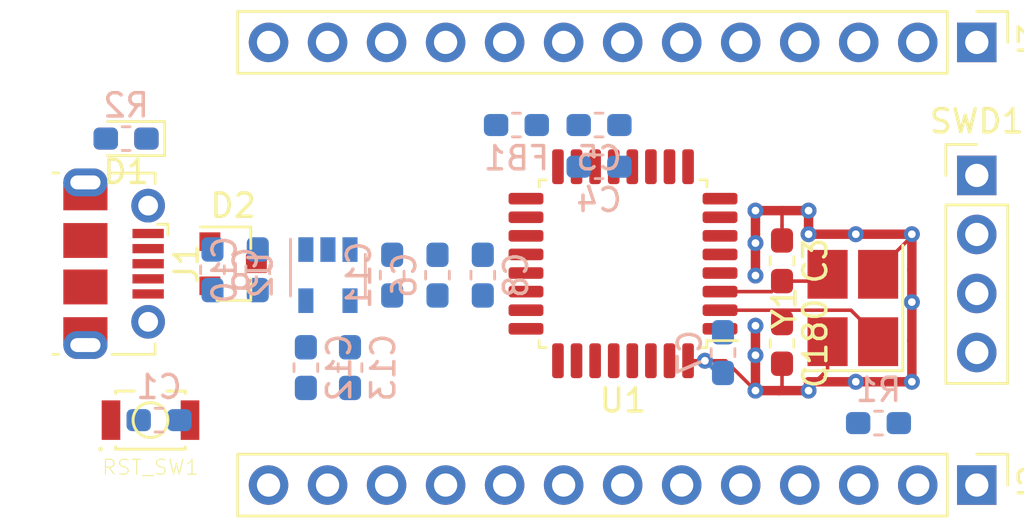
<source format=kicad_pcb>
(kicad_pcb (version 20171130) (host pcbnew "(5.1.4)-1")

  (general
    (thickness 1.6)
    (drawings 4)
    (tracks 68)
    (zones 0)
    (modules 26)
    (nets 33)
  )

  (page A4)
  (layers
    (0 F.Cu signal)
    (1 GND power)
    (2 PWR power)
    (31 B.Cu signal hide)
    (32 B.Adhes user hide)
    (33 F.Adhes user hide)
    (34 B.Paste user hide)
    (35 F.Paste user hide)
    (36 B.SilkS user hide)
    (37 F.SilkS user hide)
    (38 B.Mask user hide)
    (39 F.Mask user hide)
    (40 Dwgs.User user hide)
    (41 Cmts.User user hide)
    (42 Eco1.User user hide)
    (43 Eco2.User user hide)
    (44 Edge.Cuts user hide)
    (45 Margin user hide)
    (46 B.CrtYd user hide)
    (47 F.CrtYd user hide)
    (48 B.Fab user hide)
    (49 F.Fab user hide)
  )

  (setup
    (last_trace_width 0.1524)
    (user_trace_width 0.2032)
    (user_trace_width 0.3048)
    (user_trace_width 0.4064)
    (user_trace_width 0.4572)
    (trace_clearance 0.1524)
    (zone_clearance 0.508)
    (zone_45_only yes)
    (trace_min 0.1524)
    (via_size 0.6858)
    (via_drill 0.3302)
    (via_min_size 0.508)
    (via_min_drill 0.254)
    (uvia_size 0.6858)
    (uvia_drill 0.3302)
    (uvias_allowed no)
    (uvia_min_size 0.2)
    (uvia_min_drill 0.1)
    (edge_width 0.05)
    (segment_width 0.2)
    (pcb_text_width 0.3)
    (pcb_text_size 1.5 1.5)
    (mod_edge_width 0.12)
    (mod_text_size 1 1)
    (mod_text_width 0.15)
    (pad_size 1.05 0.95)
    (pad_drill 0)
    (pad_to_mask_clearance 0.0508)
    (solder_mask_min_width 0.101)
    (aux_axis_origin 0 0)
    (visible_elements 7FF9F71F)
    (pcbplotparams
      (layerselection 0x010fc_ffffffff)
      (usegerberextensions false)
      (usegerberattributes false)
      (usegerberadvancedattributes false)
      (creategerberjobfile false)
      (excludeedgelayer true)
      (linewidth 0.100000)
      (plotframeref false)
      (viasonmask false)
      (mode 1)
      (useauxorigin false)
      (hpglpennumber 1)
      (hpglpenspeed 20)
      (hpglpendiameter 15.000000)
      (psnegative false)
      (psa4output false)
      (plotreference true)
      (plotvalue true)
      (plotinvisibletext false)
      (padsonsilk false)
      (subtractmaskfromsilk false)
      (outputformat 1)
      (mirror false)
      (drillshape 1)
      (scaleselection 1)
      (outputdirectory ""))
  )

  (net 0 "")
  (net 1 GND)
  (net 2 NRST)
  (net 3 OSC_IN)
  (net 4 OSC_OUT)
  (net 5 3.3V_VDD)
  (net 6 "Net-(C11-Pad2)")
  (net 7 "Net-(D1-Pad2)")
  (net 8 5V_USB)
  (net 9 PA8)
  (net 10 PA9)
  (net 11 PA10)
  (net 12 PA15)
  (net 13 PB3)
  (net 14 PB4)
  (net 15 PB5)
  (net 16 PB6)
  (net 17 PB7)
  (net 18 BOOT0)
  (net 19 "Net-(J3-Pad10)")
  (net 20 "Net-(J3-Pad9)")
  (net 21 "Net-(J3-Pad8)")
  (net 22 "Net-(J3-Pad7)")
  (net 23 "Net-(J3-Pad6)")
  (net 24 "Net-(J3-Pad5)")
  (net 25 "Net-(J3-Pad4)")
  (net 26 "Net-(J3-Pad3)")
  (net 27 SWDIO)
  (net 28 SWCLK)
  (net 29 SWO)
  (net 30 USB_D+)
  (net 31 USB_D-)
  (net 32 3.3V_VDDA)

  (net_class Default "This is the default net class."
    (clearance 0.1524)
    (trace_width 0.1524)
    (via_dia 0.6858)
    (via_drill 0.3302)
    (uvia_dia 0.6858)
    (uvia_drill 0.3302)
    (diff_pair_width 0.1524)
    (diff_pair_gap 0.1524)
    (add_net 3.3V_VDD)
    (add_net 3.3V_VDDA)
    (add_net 5V_USB)
    (add_net BOOT0)
    (add_net GND)
    (add_net NRST)
    (add_net "Net-(C11-Pad2)")
    (add_net "Net-(D1-Pad2)")
    (add_net "Net-(J3-Pad10)")
    (add_net "Net-(J3-Pad3)")
    (add_net "Net-(J3-Pad4)")
    (add_net "Net-(J3-Pad5)")
    (add_net "Net-(J3-Pad6)")
    (add_net "Net-(J3-Pad7)")
    (add_net "Net-(J3-Pad8)")
    (add_net "Net-(J3-Pad9)")
    (add_net OSC_IN)
    (add_net OSC_OUT)
    (add_net PA10)
    (add_net PA15)
    (add_net PA8)
    (add_net PA9)
    (add_net PB3)
    (add_net PB4)
    (add_net PB5)
    (add_net PB6)
    (add_net PB7)
    (add_net SWCLK)
    (add_net SWDIO)
    (add_net SWO)
    (add_net USB_D+)
    (add_net USB_D-)
  )

  (module Package_QFP:LQFP-32_7x7mm_P0.8mm (layer F.Cu) (tedit 5C1823C9) (tstamp 5D9D3D50)
    (at 132.349 91.313 180)
    (descr "LQFP, 32 Pin (https://www.nxp.com/docs/en/package-information/SOT358-1.pdf), generated with kicad-footprint-generator ipc_gullwing_generator.py")
    (tags "LQFP QFP")
    (path /5D71B17C)
    (attr smd)
    (fp_text reference U1 (at 0 -5.88) (layer F.SilkS)
      (effects (font (size 1 1) (thickness 0.15)))
    )
    (fp_text value STM32G431KBTx (at 0 5.88) (layer F.Fab)
      (effects (font (size 1 1) (thickness 0.15)))
    )
    (fp_text user %R (at 0 0) (layer F.Fab)
      (effects (font (size 1 1) (thickness 0.15)))
    )
    (fp_line (start 5.18 3.3) (end 5.18 0) (layer F.CrtYd) (width 0.05))
    (fp_line (start 3.75 3.3) (end 5.18 3.3) (layer F.CrtYd) (width 0.05))
    (fp_line (start 3.75 3.75) (end 3.75 3.3) (layer F.CrtYd) (width 0.05))
    (fp_line (start 3.3 3.75) (end 3.75 3.75) (layer F.CrtYd) (width 0.05))
    (fp_line (start 3.3 5.18) (end 3.3 3.75) (layer F.CrtYd) (width 0.05))
    (fp_line (start 0 5.18) (end 3.3 5.18) (layer F.CrtYd) (width 0.05))
    (fp_line (start -5.18 3.3) (end -5.18 0) (layer F.CrtYd) (width 0.05))
    (fp_line (start -3.75 3.3) (end -5.18 3.3) (layer F.CrtYd) (width 0.05))
    (fp_line (start -3.75 3.75) (end -3.75 3.3) (layer F.CrtYd) (width 0.05))
    (fp_line (start -3.3 3.75) (end -3.75 3.75) (layer F.CrtYd) (width 0.05))
    (fp_line (start -3.3 5.18) (end -3.3 3.75) (layer F.CrtYd) (width 0.05))
    (fp_line (start 0 5.18) (end -3.3 5.18) (layer F.CrtYd) (width 0.05))
    (fp_line (start 5.18 -3.3) (end 5.18 0) (layer F.CrtYd) (width 0.05))
    (fp_line (start 3.75 -3.3) (end 5.18 -3.3) (layer F.CrtYd) (width 0.05))
    (fp_line (start 3.75 -3.75) (end 3.75 -3.3) (layer F.CrtYd) (width 0.05))
    (fp_line (start 3.3 -3.75) (end 3.75 -3.75) (layer F.CrtYd) (width 0.05))
    (fp_line (start 3.3 -5.18) (end 3.3 -3.75) (layer F.CrtYd) (width 0.05))
    (fp_line (start 0 -5.18) (end 3.3 -5.18) (layer F.CrtYd) (width 0.05))
    (fp_line (start -5.18 -3.3) (end -5.18 0) (layer F.CrtYd) (width 0.05))
    (fp_line (start -3.75 -3.3) (end -5.18 -3.3) (layer F.CrtYd) (width 0.05))
    (fp_line (start -3.75 -3.75) (end -3.75 -3.3) (layer F.CrtYd) (width 0.05))
    (fp_line (start -3.3 -3.75) (end -3.75 -3.75) (layer F.CrtYd) (width 0.05))
    (fp_line (start -3.3 -5.18) (end -3.3 -3.75) (layer F.CrtYd) (width 0.05))
    (fp_line (start 0 -5.18) (end -3.3 -5.18) (layer F.CrtYd) (width 0.05))
    (fp_line (start -3.5 -2.5) (end -2.5 -3.5) (layer F.Fab) (width 0.1))
    (fp_line (start -3.5 3.5) (end -3.5 -2.5) (layer F.Fab) (width 0.1))
    (fp_line (start 3.5 3.5) (end -3.5 3.5) (layer F.Fab) (width 0.1))
    (fp_line (start 3.5 -3.5) (end 3.5 3.5) (layer F.Fab) (width 0.1))
    (fp_line (start -2.5 -3.5) (end 3.5 -3.5) (layer F.Fab) (width 0.1))
    (fp_line (start -3.61 -3.31) (end -4.925 -3.31) (layer F.SilkS) (width 0.12))
    (fp_line (start -3.61 -3.61) (end -3.61 -3.31) (layer F.SilkS) (width 0.12))
    (fp_line (start -3.31 -3.61) (end -3.61 -3.61) (layer F.SilkS) (width 0.12))
    (fp_line (start 3.61 -3.61) (end 3.61 -3.31) (layer F.SilkS) (width 0.12))
    (fp_line (start 3.31 -3.61) (end 3.61 -3.61) (layer F.SilkS) (width 0.12))
    (fp_line (start -3.61 3.61) (end -3.61 3.31) (layer F.SilkS) (width 0.12))
    (fp_line (start -3.31 3.61) (end -3.61 3.61) (layer F.SilkS) (width 0.12))
    (fp_line (start 3.61 3.61) (end 3.61 3.31) (layer F.SilkS) (width 0.12))
    (fp_line (start 3.31 3.61) (end 3.61 3.61) (layer F.SilkS) (width 0.12))
    (pad 32 smd roundrect (at -2.8 -4.175 180) (size 0.5 1.5) (layers F.Cu F.Paste F.Mask) (roundrect_rratio 0.25)
      (net 1 GND))
    (pad 31 smd roundrect (at -2 -4.175 180) (size 0.5 1.5) (layers F.Cu F.Paste F.Mask) (roundrect_rratio 0.25)
      (net 18 BOOT0))
    (pad 30 smd roundrect (at -1.2 -4.175 180) (size 0.5 1.5) (layers F.Cu F.Paste F.Mask) (roundrect_rratio 0.25)
      (net 17 PB7))
    (pad 29 smd roundrect (at -0.4 -4.175 180) (size 0.5 1.5) (layers F.Cu F.Paste F.Mask) (roundrect_rratio 0.25)
      (net 16 PB6))
    (pad 28 smd roundrect (at 0.4 -4.175 180) (size 0.5 1.5) (layers F.Cu F.Paste F.Mask) (roundrect_rratio 0.25)
      (net 15 PB5))
    (pad 27 smd roundrect (at 1.2 -4.175 180) (size 0.5 1.5) (layers F.Cu F.Paste F.Mask) (roundrect_rratio 0.25)
      (net 14 PB4))
    (pad 26 smd roundrect (at 2 -4.175 180) (size 0.5 1.5) (layers F.Cu F.Paste F.Mask) (roundrect_rratio 0.25)
      (net 13 PB3))
    (pad 25 smd roundrect (at 2.8 -4.175 180) (size 0.5 1.5) (layers F.Cu F.Paste F.Mask) (roundrect_rratio 0.25)
      (net 12 PA15))
    (pad 24 smd roundrect (at 4.175 -2.8 180) (size 1.5 0.5) (layers F.Cu F.Paste F.Mask) (roundrect_rratio 0.25)
      (net 28 SWCLK))
    (pad 23 smd roundrect (at 4.175 -2 180) (size 1.5 0.5) (layers F.Cu F.Paste F.Mask) (roundrect_rratio 0.25)
      (net 27 SWDIO))
    (pad 22 smd roundrect (at 4.175 -1.2 180) (size 1.5 0.5) (layers F.Cu F.Paste F.Mask) (roundrect_rratio 0.25)
      (net 30 USB_D+))
    (pad 21 smd roundrect (at 4.175 -0.4 180) (size 1.5 0.5) (layers F.Cu F.Paste F.Mask) (roundrect_rratio 0.25)
      (net 31 USB_D-))
    (pad 20 smd roundrect (at 4.175 0.4 180) (size 1.5 0.5) (layers F.Cu F.Paste F.Mask) (roundrect_rratio 0.25)
      (net 11 PA10))
    (pad 19 smd roundrect (at 4.175 1.2 180) (size 1.5 0.5) (layers F.Cu F.Paste F.Mask) (roundrect_rratio 0.25)
      (net 10 PA9))
    (pad 18 smd roundrect (at 4.175 2 180) (size 1.5 0.5) (layers F.Cu F.Paste F.Mask) (roundrect_rratio 0.25)
      (net 9 PA8))
    (pad 17 smd roundrect (at 4.175 2.8 180) (size 1.5 0.5) (layers F.Cu F.Paste F.Mask) (roundrect_rratio 0.25)
      (net 5 3.3V_VDD))
    (pad 16 smd roundrect (at 2.8 4.175 180) (size 0.5 1.5) (layers F.Cu F.Paste F.Mask) (roundrect_rratio 0.25)
      (net 1 GND))
    (pad 15 smd roundrect (at 2 4.175 180) (size 0.5 1.5) (layers F.Cu F.Paste F.Mask) (roundrect_rratio 0.25)
      (net 32 3.3V_VDDA))
    (pad 14 smd roundrect (at 1.2 4.175 180) (size 0.5 1.5) (layers F.Cu F.Paste F.Mask) (roundrect_rratio 0.25)
      (net 1 GND))
    (pad 13 smd roundrect (at 0.4 4.175 180) (size 0.5 1.5) (layers F.Cu F.Paste F.Mask) (roundrect_rratio 0.25)
      (net 29 SWO))
    (pad 12 smd roundrect (at -0.4 4.175 180) (size 0.5 1.5) (layers F.Cu F.Paste F.Mask) (roundrect_rratio 0.25)
      (net 19 "Net-(J3-Pad10)"))
    (pad 11 smd roundrect (at -1.2 4.175 180) (size 0.5 1.5) (layers F.Cu F.Paste F.Mask) (roundrect_rratio 0.25)
      (net 20 "Net-(J3-Pad9)"))
    (pad 10 smd roundrect (at -2 4.175 180) (size 0.5 1.5) (layers F.Cu F.Paste F.Mask) (roundrect_rratio 0.25)
      (net 21 "Net-(J3-Pad8)"))
    (pad 9 smd roundrect (at -2.8 4.175 180) (size 0.5 1.5) (layers F.Cu F.Paste F.Mask) (roundrect_rratio 0.25)
      (net 22 "Net-(J3-Pad7)"))
    (pad 8 smd roundrect (at -4.175 2.8 180) (size 1.5 0.5) (layers F.Cu F.Paste F.Mask) (roundrect_rratio 0.25)
      (net 23 "Net-(J3-Pad6)"))
    (pad 7 smd roundrect (at -4.175 2 180) (size 1.5 0.5) (layers F.Cu F.Paste F.Mask) (roundrect_rratio 0.25)
      (net 24 "Net-(J3-Pad5)"))
    (pad 6 smd roundrect (at -4.175 1.2 180) (size 1.5 0.5) (layers F.Cu F.Paste F.Mask) (roundrect_rratio 0.25)
      (net 25 "Net-(J3-Pad4)"))
    (pad 5 smd roundrect (at -4.175 0.4 180) (size 1.5 0.5) (layers F.Cu F.Paste F.Mask) (roundrect_rratio 0.25)
      (net 26 "Net-(J3-Pad3)"))
    (pad 4 smd roundrect (at -4.175 -0.4 180) (size 1.5 0.5) (layers F.Cu F.Paste F.Mask) (roundrect_rratio 0.25)
      (net 2 NRST))
    (pad 3 smd roundrect (at -4.175 -1.2 180) (size 1.5 0.5) (layers F.Cu F.Paste F.Mask) (roundrect_rratio 0.25)
      (net 4 OSC_OUT))
    (pad 2 smd roundrect (at -4.175 -2 180) (size 1.5 0.5) (layers F.Cu F.Paste F.Mask) (roundrect_rratio 0.25)
      (net 3 OSC_IN))
    (pad 1 smd roundrect (at -4.175 -2.8 180) (size 1.5 0.5) (layers F.Cu F.Paste F.Mask) (roundrect_rratio 0.25)
      (net 5 3.3V_VDD))
    (model ${KISYS3DMOD}/Package_QFP.3dshapes/LQFP-32_7x7mm_P0.8mm.wrl
      (at (xyz 0 0 0))
      (scale (xyz 1 1 1))
      (rotate (xyz 0 0 0))
    )
  )

  (module Crystal:Crystal_SMD_SeikoEpson_TSX3225-4Pin_3.2x2.5mm_HandSoldering (layer F.Cu) (tedit 5A0FD1B2) (tstamp 5DA17EA8)
    (at 142.24 93.218 90)
    (descr "crystal Epson Toyocom TSX-3225 series https://support.epson.biz/td/api/doc_check.php?dl=brief_fa-238v_en.pdf, hand-soldering, 3.2x2.5mm^2 package")
    (tags "SMD SMT crystal hand-soldering")
    (path /5D7613B4)
    (attr smd)
    (fp_text reference Y1 (at 0 -2.95 90) (layer F.SilkS)
      (effects (font (size 1 1) (thickness 0.15)))
    )
    (fp_text value 24MHz (at 0 2.95 90) (layer F.Fab)
      (effects (font (size 1 1) (thickness 0.15)))
    )
    (fp_line (start 2.8 -2.2) (end -2.8 -2.2) (layer F.CrtYd) (width 0.05))
    (fp_line (start 2.8 2.2) (end 2.8 -2.2) (layer F.CrtYd) (width 0.05))
    (fp_line (start -2.8 2.2) (end 2.8 2.2) (layer F.CrtYd) (width 0.05))
    (fp_line (start -2.8 -2.2) (end -2.8 2.2) (layer F.CrtYd) (width 0.05))
    (fp_line (start -2.7 2.15) (end 2.7 2.15) (layer F.SilkS) (width 0.12))
    (fp_line (start -2.7 -2.15) (end -2.7 2.15) (layer F.SilkS) (width 0.12))
    (fp_line (start -1.6 0.25) (end -0.6 1.25) (layer F.Fab) (width 0.1))
    (fp_line (start -1.6 -1.15) (end -1.5 -1.25) (layer F.Fab) (width 0.1))
    (fp_line (start -1.6 1.15) (end -1.6 -1.15) (layer F.Fab) (width 0.1))
    (fp_line (start -1.5 1.25) (end -1.6 1.15) (layer F.Fab) (width 0.1))
    (fp_line (start 1.5 1.25) (end -1.5 1.25) (layer F.Fab) (width 0.1))
    (fp_line (start 1.6 1.15) (end 1.5 1.25) (layer F.Fab) (width 0.1))
    (fp_line (start 1.6 -1.15) (end 1.6 1.15) (layer F.Fab) (width 0.1))
    (fp_line (start 1.5 -1.25) (end 1.6 -1.15) (layer F.Fab) (width 0.1))
    (fp_line (start -1.5 -1.25) (end 1.5 -1.25) (layer F.Fab) (width 0.1))
    (fp_text user %R (at 0 0 90) (layer F.Fab)
      (effects (font (size 0.7 0.7) (thickness 0.105)))
    )
    (pad 4 smd rect (at -1.45 -1.0875 90) (size 2.1 1.725) (layers F.Cu F.Paste F.Mask)
      (net 1 GND))
    (pad 3 smd rect (at 1.45 -1.0875 90) (size 2.1 1.725) (layers F.Cu F.Paste F.Mask)
      (net 4 OSC_OUT))
    (pad 2 smd rect (at 1.45 1.0875 90) (size 2.1 1.725) (layers F.Cu F.Paste F.Mask)
      (net 1 GND))
    (pad 1 smd rect (at -1.45 1.0875 90) (size 2.1 1.725) (layers F.Cu F.Paste F.Mask)
      (net 3 OSC_IN))
    (model ${KISYS3DMOD}/Crystal.3dshapes/Crystal_SMD_SeikoEpson_TSX3225-4Pin_3.2x2.5mm_HandSoldering.wrl
      (at (xyz 0 0 0))
      (scale (xyz 1 1 1))
      (rotate (xyz 0 0 0))
    )
  )

  (module Package_TO_SOT_SMD:SOT-23 (layer F.Cu) (tedit 5A02FF57) (tstamp 5D9FEFAB)
    (at 115.57 91.313)
    (descr "SOT-23, Standard")
    (tags SOT-23)
    (path /5D81CAD8)
    (attr smd)
    (fp_text reference D2 (at 0 -2.5) (layer F.SilkS)
      (effects (font (size 1 1) (thickness 0.15)))
    )
    (fp_text value SP0502BAHT (at 0 2.5) (layer F.Fab)
      (effects (font (size 1 1) (thickness 0.15)))
    )
    (fp_text user %R (at 0 0 90) (layer F.Fab)
      (effects (font (size 0.5 0.5) (thickness 0.075)))
    )
    (fp_line (start -0.7 -0.95) (end -0.7 1.5) (layer F.Fab) (width 0.1))
    (fp_line (start -0.15 -1.52) (end 0.7 -1.52) (layer F.Fab) (width 0.1))
    (fp_line (start -0.7 -0.95) (end -0.15 -1.52) (layer F.Fab) (width 0.1))
    (fp_line (start 0.7 -1.52) (end 0.7 1.52) (layer F.Fab) (width 0.1))
    (fp_line (start -0.7 1.52) (end 0.7 1.52) (layer F.Fab) (width 0.1))
    (fp_line (start 0.76 1.58) (end 0.76 0.65) (layer F.SilkS) (width 0.12))
    (fp_line (start 0.76 -1.58) (end 0.76 -0.65) (layer F.SilkS) (width 0.12))
    (fp_line (start -1.7 -1.75) (end 1.7 -1.75) (layer F.CrtYd) (width 0.05))
    (fp_line (start 1.7 -1.75) (end 1.7 1.75) (layer F.CrtYd) (width 0.05))
    (fp_line (start 1.7 1.75) (end -1.7 1.75) (layer F.CrtYd) (width 0.05))
    (fp_line (start -1.7 1.75) (end -1.7 -1.75) (layer F.CrtYd) (width 0.05))
    (fp_line (start 0.76 -1.58) (end -1.4 -1.58) (layer F.SilkS) (width 0.12))
    (fp_line (start 0.76 1.58) (end -0.7 1.58) (layer F.SilkS) (width 0.12))
    (pad 1 smd rect (at -1 -0.95) (size 0.9 0.8) (layers F.Cu F.Paste F.Mask)
      (net 31 USB_D-))
    (pad 2 smd rect (at -1 0.95) (size 0.9 0.8) (layers F.Cu F.Paste F.Mask)
      (net 30 USB_D+))
    (pad 3 smd rect (at 1 0) (size 0.9 0.8) (layers F.Cu F.Paste F.Mask)
      (net 1 GND))
    (model ${KISYS3DMOD}/Package_TO_SOT_SMD.3dshapes/SOT-23.wrl
      (at (xyz 0 0 0))
      (scale (xyz 1 1 1))
      (rotate (xyz 0 0 0))
    )
  )

  (module Connector_USB:USB_Micro-B_Molex-105017-0001 (layer F.Cu) (tedit 5A1DC0BE) (tstamp 5D9D35CB)
    (at 110.4499 91.313 270)
    (descr http://www.molex.com/pdm_docs/sd/1050170001_sd.pdf)
    (tags "Micro-USB SMD Typ-B")
    (path /5D8305EE)
    (attr smd)
    (fp_text reference J1 (at 0 -3.1125 90) (layer F.SilkS)
      (effects (font (size 1 1) (thickness 0.15)))
    )
    (fp_text value USB_B_Micro (at 0.3 4.3375 90) (layer F.Fab)
      (effects (font (size 1 1) (thickness 0.15)))
    )
    (fp_line (start -1.1 -2.1225) (end -1.1 -1.9125) (layer F.Fab) (width 0.1))
    (fp_line (start -1.5 -2.1225) (end -1.5 -1.9125) (layer F.Fab) (width 0.1))
    (fp_line (start -1.5 -2.1225) (end -1.1 -2.1225) (layer F.Fab) (width 0.1))
    (fp_line (start -1.1 -1.9125) (end -1.3 -1.7125) (layer F.Fab) (width 0.1))
    (fp_line (start -1.3 -1.7125) (end -1.5 -1.9125) (layer F.Fab) (width 0.1))
    (fp_line (start -1.7 -2.3125) (end -1.7 -1.8625) (layer F.SilkS) (width 0.12))
    (fp_line (start -1.7 -2.3125) (end -1.25 -2.3125) (layer F.SilkS) (width 0.12))
    (fp_line (start 3.9 -1.7625) (end 3.45 -1.7625) (layer F.SilkS) (width 0.12))
    (fp_line (start 3.9 0.0875) (end 3.9 -1.7625) (layer F.SilkS) (width 0.12))
    (fp_line (start -3.9 2.6375) (end -3.9 2.3875) (layer F.SilkS) (width 0.12))
    (fp_line (start -3.75 3.3875) (end -3.75 -1.6125) (layer F.Fab) (width 0.1))
    (fp_line (start -3.75 -1.6125) (end 3.75 -1.6125) (layer F.Fab) (width 0.1))
    (fp_line (start -3.75 3.389204) (end 3.75 3.389204) (layer F.Fab) (width 0.1))
    (fp_line (start -3 2.689204) (end 3 2.689204) (layer F.Fab) (width 0.1))
    (fp_line (start 3.75 3.3875) (end 3.75 -1.6125) (layer F.Fab) (width 0.1))
    (fp_line (start 3.9 2.6375) (end 3.9 2.3875) (layer F.SilkS) (width 0.12))
    (fp_line (start -3.9 0.0875) (end -3.9 -1.7625) (layer F.SilkS) (width 0.12))
    (fp_line (start -3.9 -1.7625) (end -3.45 -1.7625) (layer F.SilkS) (width 0.12))
    (fp_line (start -4.4 3.64) (end -4.4 -2.46) (layer F.CrtYd) (width 0.05))
    (fp_line (start -4.4 -2.46) (end 4.4 -2.46) (layer F.CrtYd) (width 0.05))
    (fp_line (start 4.4 -2.46) (end 4.4 3.64) (layer F.CrtYd) (width 0.05))
    (fp_line (start -4.4 3.64) (end 4.4 3.64) (layer F.CrtYd) (width 0.05))
    (fp_text user %R (at 0 0.8875 90) (layer F.Fab)
      (effects (font (size 1 1) (thickness 0.15)))
    )
    (fp_text user "PCB Edge" (at 0 2.6875 90) (layer Dwgs.User)
      (effects (font (size 0.5 0.5) (thickness 0.08)))
    )
    (pad 6 smd rect (at -2.9 1.2375 270) (size 1.2 1.9) (layers F.Cu F.Mask)
      (net 1 GND))
    (pad 6 smd rect (at 2.9 1.2375 270) (size 1.2 1.9) (layers F.Cu F.Mask)
      (net 1 GND))
    (pad 6 thru_hole oval (at 3.5 1.2375 270) (size 1.2 1.9) (drill oval 0.6 1.3) (layers *.Cu *.Mask)
      (net 1 GND))
    (pad 6 thru_hole oval (at -3.5 1.2375 90) (size 1.2 1.9) (drill oval 0.6 1.3) (layers *.Cu *.Mask)
      (net 1 GND))
    (pad 6 smd rect (at -1 1.2375 270) (size 1.5 1.9) (layers F.Cu F.Paste F.Mask)
      (net 1 GND))
    (pad 6 thru_hole circle (at 2.5 -1.4625 270) (size 1.45 1.45) (drill 0.85) (layers *.Cu *.Mask)
      (net 1 GND))
    (pad 3 smd rect (at 0 -1.4625 270) (size 0.4 1.35) (layers F.Cu F.Paste F.Mask)
      (net 30 USB_D+))
    (pad 4 smd rect (at 0.65 -1.4625 270) (size 0.4 1.35) (layers F.Cu F.Paste F.Mask))
    (pad 5 smd rect (at 1.3 -1.4625 270) (size 0.4 1.35) (layers F.Cu F.Paste F.Mask)
      (net 1 GND))
    (pad 1 smd rect (at -1.3 -1.4625 270) (size 0.4 1.35) (layers F.Cu F.Paste F.Mask)
      (net 8 5V_USB))
    (pad 2 smd rect (at -0.65 -1.4625 270) (size 0.4 1.35) (layers F.Cu F.Paste F.Mask)
      (net 31 USB_D-))
    (pad 6 thru_hole circle (at -2.5 -1.4625 270) (size 1.45 1.45) (drill 0.85) (layers *.Cu *.Mask)
      (net 1 GND))
    (pad 6 smd rect (at 1 1.2375 270) (size 1.5 1.9) (layers F.Cu F.Paste F.Mask)
      (net 1 GND))
    (model ${KISYS3DMOD}/Connector_USB.3dshapes/USB_Micro-B_Molex-105017-0001.wrl
      (at (xyz 0 0 0))
      (scale (xyz 1 1 1))
      (rotate (xyz 0 0 0))
    )
  )

  (module Button_Switch_SMD:SW_B3U-1000P (layer F.Cu) (tedit 5C4E5125) (tstamp 5D9D6D7B)
    (at 112.014 98.044 180)
    (path /5D7369E6)
    (attr smd)
    (fp_text reference RST_SW1 (at 0 -2.032 180) (layer F.SilkS)
      (effects (font (size 0.641085 0.641085) (thickness 0.05)))
    )
    (fp_text value SW_Push (at 3.0949 0.218087 90) (layer Dwgs.User) hide
      (effects (font (size 0.640269 0.640269) (thickness 0.05)))
    )
    (fp_line (start -2.5 1.5) (end -2.5 -1.5) (layer Eco1.User) (width 0.05))
    (fp_line (start -0.75 1.5) (end -2.5 1.5) (layer Eco1.User) (width 0.05))
    (fp_line (start 0.75 1.5) (end -0.75 1.5) (layer Eco1.User) (width 0.05))
    (fp_line (start 2.5 1.5) (end 0.75 1.5) (layer Eco1.User) (width 0.05))
    (fp_line (start 2.5 -1.5) (end 2.5 1.5) (layer Eco1.User) (width 0.05))
    (fp_line (start -2.5 -1.5) (end 2.5 -1.5) (layer Eco1.User) (width 0.05))
    (fp_circle (center 2.15 -1.25) (end 2.2 -1.25) (layer F.SilkS) (width 0.1))
    (fp_line (start 1.5 1.25) (end 0.7 1.25) (layer F.SilkS) (width 0.127))
    (fp_line (start 1.5 1.15) (end 1.5 1.25) (layer F.SilkS) (width 0.127))
    (fp_line (start -1.5 1.25) (end -0.7 1.25) (layer F.SilkS) (width 0.127))
    (fp_line (start -1.5 1.15) (end -1.5 1.25) (layer F.SilkS) (width 0.127))
    (fp_line (start 1.5 -1.25) (end 1.5 -1.15) (layer F.SilkS) (width 0.127))
    (fp_line (start -1.5 -1.25) (end 1.5 -1.25) (layer F.SilkS) (width 0.127))
    (fp_line (start -1.5 -1.15) (end -1.5 -1.25) (layer F.SilkS) (width 0.127))
    (fp_circle (center 0 0) (end 0.75 0) (layer F.SilkS) (width 0.127))
    (fp_line (start -1.5 1.25) (end -1.5 -1.25) (layer Dwgs.User) (width 0.127))
    (fp_line (start 1.5 1.25) (end -1.5 1.25) (layer Dwgs.User) (width 0.127))
    (fp_line (start 1.5 -1.25) (end 1.5 1.25) (layer Dwgs.User) (width 0.127))
    (fp_line (start -1.5 -1.25) (end 1.5 -1.25) (layer Dwgs.User) (width 0.127))
    (pad 1 smd rect (at 1.7 0 180) (size 0.8 1.7) (layers F.Cu F.Paste F.Mask)
      (net 1 GND))
    (pad 2 smd rect (at -1.7 0 180) (size 0.8 1.7) (layers F.Cu F.Paste F.Mask)
      (net 2 NRST))
  )

  (module Package_TO_SOT_SMD:SOT-23-5 (layer B.Cu) (tedit 5A02FF57) (tstamp 5DA02768)
    (at 119.64988 91.8034 270)
    (descr "5-pin SOT23 package")
    (tags SOT-23-5)
    (path /5D8349A6)
    (attr smd)
    (fp_text reference U2 (at 0 2.9 270) (layer B.SilkS)
      (effects (font (size 1 1) (thickness 0.15)) (justify mirror))
    )
    (fp_text value LD3985M33R_SOT23 (at 0 -2.9 270) (layer B.Fab)
      (effects (font (size 1 1) (thickness 0.15)) (justify mirror))
    )
    (fp_line (start 0.9 1.55) (end 0.9 -1.55) (layer B.Fab) (width 0.1))
    (fp_line (start 0.9 -1.55) (end -0.9 -1.55) (layer B.Fab) (width 0.1))
    (fp_line (start -0.9 0.9) (end -0.9 -1.55) (layer B.Fab) (width 0.1))
    (fp_line (start 0.9 1.55) (end -0.25 1.55) (layer B.Fab) (width 0.1))
    (fp_line (start -0.9 0.9) (end -0.25 1.55) (layer B.Fab) (width 0.1))
    (fp_line (start -1.9 -1.8) (end -1.9 1.8) (layer B.CrtYd) (width 0.05))
    (fp_line (start 1.9 -1.8) (end -1.9 -1.8) (layer B.CrtYd) (width 0.05))
    (fp_line (start 1.9 1.8) (end 1.9 -1.8) (layer B.CrtYd) (width 0.05))
    (fp_line (start -1.9 1.8) (end 1.9 1.8) (layer B.CrtYd) (width 0.05))
    (fp_line (start 0.9 1.61) (end -1.55 1.61) (layer B.SilkS) (width 0.12))
    (fp_line (start -0.9 -1.61) (end 0.9 -1.61) (layer B.SilkS) (width 0.12))
    (fp_text user %R (at 0 0) (layer B.Fab)
      (effects (font (size 0.5 0.5) (thickness 0.075)) (justify mirror))
    )
    (pad 5 smd rect (at 1.1 0.95 270) (size 1.06 0.65) (layers B.Cu B.Paste B.Mask)
      (net 5 3.3V_VDD))
    (pad 4 smd rect (at 1.1 -0.95 270) (size 1.06 0.65) (layers B.Cu B.Paste B.Mask)
      (net 6 "Net-(C11-Pad2)"))
    (pad 3 smd rect (at -1.1 -0.95 270) (size 1.06 0.65) (layers B.Cu B.Paste B.Mask)
      (net 8 5V_USB))
    (pad 2 smd rect (at -1.1 0 270) (size 1.06 0.65) (layers B.Cu B.Paste B.Mask)
      (net 1 GND))
    (pad 1 smd rect (at -1.1 0.95 270) (size 1.06 0.65) (layers B.Cu B.Paste B.Mask)
      (net 8 5V_USB))
    (model ${KISYS3DMOD}/Package_TO_SOT_SMD.3dshapes/SOT-23-5.wrl
      (at (xyz 0 0 0))
      (scale (xyz 1 1 1))
      (rotate (xyz 0 0 0))
    )
  )

  (module Capacitor_SMD:C_0603_1608Metric_Pad1.05x0.95mm_HandSolder (layer B.Cu) (tedit 5B301BBE) (tstamp 5DCE6C0C)
    (at 112.381 98.044 180)
    (descr "Capacitor SMD 0603 (1608 Metric), square (rectangular) end terminal, IPC_7351 nominal with elongated pad for handsoldering. (Body size source: http://www.tortai-tech.com/upload/download/2011102023233369053.pdf), generated with kicad-footprint-generator")
    (tags "capacitor handsolder")
    (path /5D72583D)
    (attr smd)
    (fp_text reference C1 (at 0 1.43) (layer B.SilkS)
      (effects (font (size 1 1) (thickness 0.15)) (justify mirror))
    )
    (fp_text value .1uF (at 0 -1.43) (layer B.Fab)
      (effects (font (size 1 1) (thickness 0.15)) (justify mirror))
    )
    (fp_line (start -0.8 -0.4) (end -0.8 0.4) (layer B.Fab) (width 0.1))
    (fp_line (start -0.8 0.4) (end 0.8 0.4) (layer B.Fab) (width 0.1))
    (fp_line (start 0.8 0.4) (end 0.8 -0.4) (layer B.Fab) (width 0.1))
    (fp_line (start 0.8 -0.4) (end -0.8 -0.4) (layer B.Fab) (width 0.1))
    (fp_line (start -0.171267 0.51) (end 0.171267 0.51) (layer B.SilkS) (width 0.12))
    (fp_line (start -0.171267 -0.51) (end 0.171267 -0.51) (layer B.SilkS) (width 0.12))
    (fp_line (start -1.65 -0.73) (end -1.65 0.73) (layer B.CrtYd) (width 0.05))
    (fp_line (start -1.65 0.73) (end 1.65 0.73) (layer B.CrtYd) (width 0.05))
    (fp_line (start 1.65 0.73) (end 1.65 -0.73) (layer B.CrtYd) (width 0.05))
    (fp_line (start 1.65 -0.73) (end -1.65 -0.73) (layer B.CrtYd) (width 0.05))
    (fp_text user %R (at 0 0) (layer B.Fab)
      (effects (font (size 0.4 0.4) (thickness 0.06)) (justify mirror))
    )
    (pad 1 smd roundrect (at -0.875 0 180) (size 1.05 0.95) (layers B.Cu B.Paste B.Mask) (roundrect_rratio 0.25)
      (net 2 NRST))
    (pad 2 smd roundrect (at 0.875 0 180) (size 1.05 0.95) (layers B.Cu B.Paste B.Mask) (roundrect_rratio 0.25)
      (net 1 GND))
    (model ${KISYS3DMOD}/Capacitor_SMD.3dshapes/C_0603_1608Metric.wrl
      (at (xyz 0 0 0))
      (scale (xyz 1 1 1))
      (rotate (xyz 0 0 0))
    )
  )

  (module Capacitor_SMD:C_0603_1608Metric_Pad1.05x0.95mm_HandSolder (layer F.Cu) (tedit 5B301BBE) (tstamp 5DCE6C1C)
    (at 139.192 94.742 270)
    (descr "Capacitor SMD 0603 (1608 Metric), square (rectangular) end terminal, IPC_7351 nominal with elongated pad for handsoldering. (Body size source: http://www.tortai-tech.com/upload/download/2011102023233369053.pdf), generated with kicad-footprint-generator")
    (tags "capacitor handsolder")
    (path /5D766892)
    (attr smd)
    (fp_text reference C180 (at 0 -1.43 90) (layer F.SilkS)
      (effects (font (size 1 1) (thickness 0.15)))
    )
    (fp_text value 6.8pF (at 0 1.43 90) (layer F.Fab)
      (effects (font (size 1 1) (thickness 0.15)))
    )
    (fp_line (start -0.8 0.4) (end -0.8 -0.4) (layer F.Fab) (width 0.1))
    (fp_line (start -0.8 -0.4) (end 0.8 -0.4) (layer F.Fab) (width 0.1))
    (fp_line (start 0.8 -0.4) (end 0.8 0.4) (layer F.Fab) (width 0.1))
    (fp_line (start 0.8 0.4) (end -0.8 0.4) (layer F.Fab) (width 0.1))
    (fp_line (start -0.171267 -0.51) (end 0.171267 -0.51) (layer F.SilkS) (width 0.12))
    (fp_line (start -0.171267 0.51) (end 0.171267 0.51) (layer F.SilkS) (width 0.12))
    (fp_line (start -1.65 0.73) (end -1.65 -0.73) (layer F.CrtYd) (width 0.05))
    (fp_line (start -1.65 -0.73) (end 1.65 -0.73) (layer F.CrtYd) (width 0.05))
    (fp_line (start 1.65 -0.73) (end 1.65 0.73) (layer F.CrtYd) (width 0.05))
    (fp_line (start 1.65 0.73) (end -1.65 0.73) (layer F.CrtYd) (width 0.05))
    (fp_text user %R (at 0 0 90) (layer F.Fab)
      (effects (font (size 0.4 0.4) (thickness 0.06)))
    )
    (pad 1 smd roundrect (at -0.875 0 270) (size 1.05 0.95) (layers F.Cu F.Paste F.Mask) (roundrect_rratio 0.25)
      (net 3 OSC_IN))
    (pad 2 smd roundrect (at 0.875 0 270) (size 1.05 0.95) (layers F.Cu F.Paste F.Mask) (roundrect_rratio 0.25)
      (net 1 GND))
    (model ${KISYS3DMOD}/Capacitor_SMD.3dshapes/C_0603_1608Metric.wrl
      (at (xyz 0 0 0))
      (scale (xyz 1 1 1))
      (rotate (xyz 0 0 0))
    )
  )

  (module Capacitor_SMD:C_0603_1608Metric_Pad1.05x0.95mm_HandSolder (layer F.Cu) (tedit 5B301BBE) (tstamp 5DCE6C2C)
    (at 139.192 91.186 270)
    (descr "Capacitor SMD 0603 (1608 Metric), square (rectangular) end terminal, IPC_7351 nominal with elongated pad for handsoldering. (Body size source: http://www.tortai-tech.com/upload/download/2011102023233369053.pdf), generated with kicad-footprint-generator")
    (tags "capacitor handsolder")
    (path /5D7738AA)
    (attr smd)
    (fp_text reference C3 (at 0 -1.43 90) (layer F.SilkS)
      (effects (font (size 1 1) (thickness 0.15)))
    )
    (fp_text value 6.8pF (at 0 1.43 90) (layer F.Fab)
      (effects (font (size 1 1) (thickness 0.15)))
    )
    (fp_text user %R (at 0 0 90) (layer F.Fab)
      (effects (font (size 0.4 0.4) (thickness 0.06)))
    )
    (fp_line (start 1.65 0.73) (end -1.65 0.73) (layer F.CrtYd) (width 0.05))
    (fp_line (start 1.65 -0.73) (end 1.65 0.73) (layer F.CrtYd) (width 0.05))
    (fp_line (start -1.65 -0.73) (end 1.65 -0.73) (layer F.CrtYd) (width 0.05))
    (fp_line (start -1.65 0.73) (end -1.65 -0.73) (layer F.CrtYd) (width 0.05))
    (fp_line (start -0.171267 0.51) (end 0.171267 0.51) (layer F.SilkS) (width 0.12))
    (fp_line (start -0.171267 -0.51) (end 0.171267 -0.51) (layer F.SilkS) (width 0.12))
    (fp_line (start 0.8 0.4) (end -0.8 0.4) (layer F.Fab) (width 0.1))
    (fp_line (start 0.8 -0.4) (end 0.8 0.4) (layer F.Fab) (width 0.1))
    (fp_line (start -0.8 -0.4) (end 0.8 -0.4) (layer F.Fab) (width 0.1))
    (fp_line (start -0.8 0.4) (end -0.8 -0.4) (layer F.Fab) (width 0.1))
    (pad 2 smd roundrect (at 0.875 0 270) (size 1.05 0.95) (layers F.Cu F.Paste F.Mask) (roundrect_rratio 0.25)
      (net 4 OSC_OUT))
    (pad 1 smd roundrect (at -0.875 0 270) (size 1.05 0.95) (layers F.Cu F.Paste F.Mask) (roundrect_rratio 0.25)
      (net 1 GND))
    (model ${KISYS3DMOD}/Capacitor_SMD.3dshapes/C_0603_1608Metric.wrl
      (at (xyz 0 0 0))
      (scale (xyz 1 1 1))
      (rotate (xyz 0 0 0))
    )
  )

  (module Capacitor_SMD:C_0603_1608Metric_Pad1.05x0.95mm_HandSolder (layer B.Cu) (tedit 5B301BBE) (tstamp 5DCE6C3C)
    (at 131.318 87.138)
    (descr "Capacitor SMD 0603 (1608 Metric), square (rectangular) end terminal, IPC_7351 nominal with elongated pad for handsoldering. (Body size source: http://www.tortai-tech.com/upload/download/2011102023233369053.pdf), generated with kicad-footprint-generator")
    (tags "capacitor handsolder")
    (path /5D79A06F)
    (attr smd)
    (fp_text reference C4 (at 0 1.43) (layer B.SilkS)
      (effects (font (size 1 1) (thickness 0.15)) (justify mirror))
    )
    (fp_text value .1uF (at 0 -1.43) (layer B.Fab)
      (effects (font (size 1 1) (thickness 0.15)) (justify mirror))
    )
    (fp_line (start -0.8 -0.4) (end -0.8 0.4) (layer B.Fab) (width 0.1))
    (fp_line (start -0.8 0.4) (end 0.8 0.4) (layer B.Fab) (width 0.1))
    (fp_line (start 0.8 0.4) (end 0.8 -0.4) (layer B.Fab) (width 0.1))
    (fp_line (start 0.8 -0.4) (end -0.8 -0.4) (layer B.Fab) (width 0.1))
    (fp_line (start -0.171267 0.51) (end 0.171267 0.51) (layer B.SilkS) (width 0.12))
    (fp_line (start -0.171267 -0.51) (end 0.171267 -0.51) (layer B.SilkS) (width 0.12))
    (fp_line (start -1.65 -0.73) (end -1.65 0.73) (layer B.CrtYd) (width 0.05))
    (fp_line (start -1.65 0.73) (end 1.65 0.73) (layer B.CrtYd) (width 0.05))
    (fp_line (start 1.65 0.73) (end 1.65 -0.73) (layer B.CrtYd) (width 0.05))
    (fp_line (start 1.65 -0.73) (end -1.65 -0.73) (layer B.CrtYd) (width 0.05))
    (fp_text user %R (at 0 0) (layer B.Fab)
      (effects (font (size 0.4 0.4) (thickness 0.06)) (justify mirror))
    )
    (pad 1 smd roundrect (at -0.875 0) (size 1.05 0.95) (layers B.Cu B.Paste B.Mask) (roundrect_rratio 0.25)
      (net 32 3.3V_VDDA))
    (pad 2 smd roundrect (at 0.875 0) (size 1.05 0.95) (layers B.Cu B.Paste B.Mask) (roundrect_rratio 0.25)
      (net 1 GND))
    (model ${KISYS3DMOD}/Capacitor_SMD.3dshapes/C_0603_1608Metric.wrl
      (at (xyz 0 0 0))
      (scale (xyz 1 1 1))
      (rotate (xyz 0 0 0))
    )
  )

  (module Capacitor_SMD:C_0603_1608Metric_Pad1.05x0.95mm_HandSolder (layer B.Cu) (tedit 5B301BBE) (tstamp 5DCE6C4C)
    (at 131.318 85.344)
    (descr "Capacitor SMD 0603 (1608 Metric), square (rectangular) end terminal, IPC_7351 nominal with elongated pad for handsoldering. (Body size source: http://www.tortai-tech.com/upload/download/2011102023233369053.pdf), generated with kicad-footprint-generator")
    (tags "capacitor handsolder")
    (path /5D79A325)
    (attr smd)
    (fp_text reference C5 (at 0 1.43) (layer B.SilkS)
      (effects (font (size 1 1) (thickness 0.15)) (justify mirror))
    )
    (fp_text value 1uF (at 0 -1.43) (layer B.Fab)
      (effects (font (size 1 1) (thickness 0.15)) (justify mirror))
    )
    (fp_text user %R (at 0 0) (layer B.Fab)
      (effects (font (size 0.4 0.4) (thickness 0.06)) (justify mirror))
    )
    (fp_line (start 1.65 -0.73) (end -1.65 -0.73) (layer B.CrtYd) (width 0.05))
    (fp_line (start 1.65 0.73) (end 1.65 -0.73) (layer B.CrtYd) (width 0.05))
    (fp_line (start -1.65 0.73) (end 1.65 0.73) (layer B.CrtYd) (width 0.05))
    (fp_line (start -1.65 -0.73) (end -1.65 0.73) (layer B.CrtYd) (width 0.05))
    (fp_line (start -0.171267 -0.51) (end 0.171267 -0.51) (layer B.SilkS) (width 0.12))
    (fp_line (start -0.171267 0.51) (end 0.171267 0.51) (layer B.SilkS) (width 0.12))
    (fp_line (start 0.8 -0.4) (end -0.8 -0.4) (layer B.Fab) (width 0.1))
    (fp_line (start 0.8 0.4) (end 0.8 -0.4) (layer B.Fab) (width 0.1))
    (fp_line (start -0.8 0.4) (end 0.8 0.4) (layer B.Fab) (width 0.1))
    (fp_line (start -0.8 -0.4) (end -0.8 0.4) (layer B.Fab) (width 0.1))
    (pad 2 smd roundrect (at 0.875 0) (size 1.05 0.95) (layers B.Cu B.Paste B.Mask) (roundrect_rratio 0.25)
      (net 1 GND))
    (pad 1 smd roundrect (at -0.875 0) (size 1.05 0.95) (layers B.Cu B.Paste B.Mask) (roundrect_rratio 0.25)
      (net 32 3.3V_VDDA))
    (model ${KISYS3DMOD}/Capacitor_SMD.3dshapes/C_0603_1608Metric.wrl
      (at (xyz 0 0 0))
      (scale (xyz 1 1 1))
      (rotate (xyz 0 0 0))
    )
  )

  (module Capacitor_SMD:C_0603_1608Metric_Pad1.05x0.95mm_HandSolder (layer B.Cu) (tedit 5B301BBE) (tstamp 5DCE6C5C)
    (at 124.36476 91.8034 270)
    (descr "Capacitor SMD 0603 (1608 Metric), square (rectangular) end terminal, IPC_7351 nominal with elongated pad for handsoldering. (Body size source: http://www.tortai-tech.com/upload/download/2011102023233369053.pdf), generated with kicad-footprint-generator")
    (tags "capacitor handsolder")
    (path /5D7A1CCD)
    (attr smd)
    (fp_text reference C6 (at 0 1.43 90) (layer B.SilkS)
      (effects (font (size 1 1) (thickness 0.15)) (justify mirror))
    )
    (fp_text value 4.7uF (at 0 -1.43 90) (layer B.Fab)
      (effects (font (size 1 1) (thickness 0.15)) (justify mirror))
    )
    (fp_line (start -0.8 -0.4) (end -0.8 0.4) (layer B.Fab) (width 0.1))
    (fp_line (start -0.8 0.4) (end 0.8 0.4) (layer B.Fab) (width 0.1))
    (fp_line (start 0.8 0.4) (end 0.8 -0.4) (layer B.Fab) (width 0.1))
    (fp_line (start 0.8 -0.4) (end -0.8 -0.4) (layer B.Fab) (width 0.1))
    (fp_line (start -0.171267 0.51) (end 0.171267 0.51) (layer B.SilkS) (width 0.12))
    (fp_line (start -0.171267 -0.51) (end 0.171267 -0.51) (layer B.SilkS) (width 0.12))
    (fp_line (start -1.65 -0.73) (end -1.65 0.73) (layer B.CrtYd) (width 0.05))
    (fp_line (start -1.65 0.73) (end 1.65 0.73) (layer B.CrtYd) (width 0.05))
    (fp_line (start 1.65 0.73) (end 1.65 -0.73) (layer B.CrtYd) (width 0.05))
    (fp_line (start 1.65 -0.73) (end -1.65 -0.73) (layer B.CrtYd) (width 0.05))
    (fp_text user %R (at 0 0 90) (layer B.Fab)
      (effects (font (size 0.4 0.4) (thickness 0.06)) (justify mirror))
    )
    (pad 1 smd roundrect (at -0.875 0 270) (size 1.05 0.95) (layers B.Cu B.Paste B.Mask) (roundrect_rratio 0.25)
      (net 1 GND))
    (pad 2 smd roundrect (at 0.875 0 270) (size 1.05 0.95) (layers B.Cu B.Paste B.Mask) (roundrect_rratio 0.25)
      (net 5 3.3V_VDD))
    (model ${KISYS3DMOD}/Capacitor_SMD.3dshapes/C_0603_1608Metric.wrl
      (at (xyz 0 0 0))
      (scale (xyz 1 1 1))
      (rotate (xyz 0 0 0))
    )
  )

  (module Capacitor_SMD:C_0603_1608Metric_Pad1.05x0.95mm_HandSolder (layer B.Cu) (tedit 5B301BBE) (tstamp 5DCE6C6C)
    (at 136.652 95.137 270)
    (descr "Capacitor SMD 0603 (1608 Metric), square (rectangular) end terminal, IPC_7351 nominal with elongated pad for handsoldering. (Body size source: http://www.tortai-tech.com/upload/download/2011102023233369053.pdf), generated with kicad-footprint-generator")
    (tags "capacitor handsolder")
    (path /5D7A5BA9)
    (attr smd)
    (fp_text reference C7 (at 0 1.43 90) (layer B.SilkS)
      (effects (font (size 1 1) (thickness 0.15)) (justify mirror))
    )
    (fp_text value .1uF (at 0 -1.43 90) (layer B.Fab)
      (effects (font (size 1 1) (thickness 0.15)) (justify mirror))
    )
    (fp_line (start -0.8 -0.4) (end -0.8 0.4) (layer B.Fab) (width 0.1))
    (fp_line (start -0.8 0.4) (end 0.8 0.4) (layer B.Fab) (width 0.1))
    (fp_line (start 0.8 0.4) (end 0.8 -0.4) (layer B.Fab) (width 0.1))
    (fp_line (start 0.8 -0.4) (end -0.8 -0.4) (layer B.Fab) (width 0.1))
    (fp_line (start -0.171267 0.51) (end 0.171267 0.51) (layer B.SilkS) (width 0.12))
    (fp_line (start -0.171267 -0.51) (end 0.171267 -0.51) (layer B.SilkS) (width 0.12))
    (fp_line (start -1.65 -0.73) (end -1.65 0.73) (layer B.CrtYd) (width 0.05))
    (fp_line (start -1.65 0.73) (end 1.65 0.73) (layer B.CrtYd) (width 0.05))
    (fp_line (start 1.65 0.73) (end 1.65 -0.73) (layer B.CrtYd) (width 0.05))
    (fp_line (start 1.65 -0.73) (end -1.65 -0.73) (layer B.CrtYd) (width 0.05))
    (fp_text user %R (at 0 0 90) (layer B.Fab)
      (effects (font (size 0.4 0.4) (thickness 0.06)) (justify mirror))
    )
    (pad 1 smd roundrect (at -0.875 0 270) (size 1.05 0.95) (layers B.Cu B.Paste B.Mask) (roundrect_rratio 0.25)
      (net 5 3.3V_VDD))
    (pad 2 smd roundrect (at 0.875 0 270) (size 1.05 0.95) (layers B.Cu B.Paste B.Mask) (roundrect_rratio 0.25)
      (net 1 GND))
    (model ${KISYS3DMOD}/Capacitor_SMD.3dshapes/C_0603_1608Metric.wrl
      (at (xyz 0 0 0))
      (scale (xyz 1 1 1))
      (rotate (xyz 0 0 0))
    )
  )

  (module Capacitor_SMD:C_0603_1608Metric_Pad1.05x0.95mm_HandSolder (layer B.Cu) (tedit 5B301BBE) (tstamp 5DCE6C7C)
    (at 126.3142 91.8034 90)
    (descr "Capacitor SMD 0603 (1608 Metric), square (rectangular) end terminal, IPC_7351 nominal with elongated pad for handsoldering. (Body size source: http://www.tortai-tech.com/upload/download/2011102023233369053.pdf), generated with kicad-footprint-generator")
    (tags "capacitor handsolder")
    (path /5D7A1CD3)
    (attr smd)
    (fp_text reference C8 (at 0 1.43 90) (layer B.SilkS)
      (effects (font (size 1 1) (thickness 0.15)) (justify mirror))
    )
    (fp_text value .1uF (at 0 -1.43 90) (layer B.Fab)
      (effects (font (size 1 1) (thickness 0.15)) (justify mirror))
    )
    (fp_text user %R (at 0 0 90) (layer B.Fab)
      (effects (font (size 0.4 0.4) (thickness 0.06)) (justify mirror))
    )
    (fp_line (start 1.65 -0.73) (end -1.65 -0.73) (layer B.CrtYd) (width 0.05))
    (fp_line (start 1.65 0.73) (end 1.65 -0.73) (layer B.CrtYd) (width 0.05))
    (fp_line (start -1.65 0.73) (end 1.65 0.73) (layer B.CrtYd) (width 0.05))
    (fp_line (start -1.65 -0.73) (end -1.65 0.73) (layer B.CrtYd) (width 0.05))
    (fp_line (start -0.171267 -0.51) (end 0.171267 -0.51) (layer B.SilkS) (width 0.12))
    (fp_line (start -0.171267 0.51) (end 0.171267 0.51) (layer B.SilkS) (width 0.12))
    (fp_line (start 0.8 -0.4) (end -0.8 -0.4) (layer B.Fab) (width 0.1))
    (fp_line (start 0.8 0.4) (end 0.8 -0.4) (layer B.Fab) (width 0.1))
    (fp_line (start -0.8 0.4) (end 0.8 0.4) (layer B.Fab) (width 0.1))
    (fp_line (start -0.8 -0.4) (end -0.8 0.4) (layer B.Fab) (width 0.1))
    (pad 2 smd roundrect (at 0.875 0 90) (size 1.05 0.95) (layers B.Cu B.Paste B.Mask) (roundrect_rratio 0.25)
      (net 1 GND))
    (pad 1 smd roundrect (at -0.875 0 90) (size 1.05 0.95) (layers B.Cu B.Paste B.Mask) (roundrect_rratio 0.25)
      (net 5 3.3V_VDD))
    (model ${KISYS3DMOD}/Capacitor_SMD.3dshapes/C_0603_1608Metric.wrl
      (at (xyz 0 0 0))
      (scale (xyz 1 1 1))
      (rotate (xyz 0 0 0))
    )
  )

  (module Capacitor_SMD:C_0603_1608Metric_Pad1.05x0.95mm_HandSolder (layer B.Cu) (tedit 5B301BBE) (tstamp 5DCE6C8C)
    (at 114.681 91.5734 90)
    (descr "Capacitor SMD 0603 (1608 Metric), square (rectangular) end terminal, IPC_7351 nominal with elongated pad for handsoldering. (Body size source: http://www.tortai-tech.com/upload/download/2011102023233369053.pdf), generated with kicad-footprint-generator")
    (tags "capacitor handsolder")
    (path /5D83AD49)
    (attr smd)
    (fp_text reference C9 (at 0 1.43 90) (layer B.SilkS)
      (effects (font (size 1 1) (thickness 0.15)) (justify mirror))
    )
    (fp_text value 1uF (at 0 -1.43 90) (layer B.Fab)
      (effects (font (size 1 1) (thickness 0.15)) (justify mirror))
    )
    (fp_line (start -0.8 -0.4) (end -0.8 0.4) (layer B.Fab) (width 0.1))
    (fp_line (start -0.8 0.4) (end 0.8 0.4) (layer B.Fab) (width 0.1))
    (fp_line (start 0.8 0.4) (end 0.8 -0.4) (layer B.Fab) (width 0.1))
    (fp_line (start 0.8 -0.4) (end -0.8 -0.4) (layer B.Fab) (width 0.1))
    (fp_line (start -0.171267 0.51) (end 0.171267 0.51) (layer B.SilkS) (width 0.12))
    (fp_line (start -0.171267 -0.51) (end 0.171267 -0.51) (layer B.SilkS) (width 0.12))
    (fp_line (start -1.65 -0.73) (end -1.65 0.73) (layer B.CrtYd) (width 0.05))
    (fp_line (start -1.65 0.73) (end 1.65 0.73) (layer B.CrtYd) (width 0.05))
    (fp_line (start 1.65 0.73) (end 1.65 -0.73) (layer B.CrtYd) (width 0.05))
    (fp_line (start 1.65 -0.73) (end -1.65 -0.73) (layer B.CrtYd) (width 0.05))
    (fp_text user %R (at 0 0 90) (layer B.Fab)
      (effects (font (size 0.4 0.4) (thickness 0.06)) (justify mirror))
    )
    (pad 1 smd roundrect (at -0.875 0 90) (size 1.05 0.95) (layers B.Cu B.Paste B.Mask) (roundrect_rratio 0.25)
      (net 1 GND))
    (pad 2 smd roundrect (at 0.875 0 90) (size 1.05 0.95) (layers B.Cu B.Paste B.Mask) (roundrect_rratio 0.25)
      (net 8 5V_USB))
    (model ${KISYS3DMOD}/Capacitor_SMD.3dshapes/C_0603_1608Metric.wrl
      (at (xyz 0 0 0))
      (scale (xyz 1 1 1))
      (rotate (xyz 0 0 0))
    )
  )

  (module Capacitor_SMD:C_0603_1608Metric_Pad1.05x0.95mm_HandSolder (layer B.Cu) (tedit 5B301BBE) (tstamp 5DCEAAC8)
    (at 116.63044 91.5734 270)
    (descr "Capacitor SMD 0603 (1608 Metric), square (rectangular) end terminal, IPC_7351 nominal with elongated pad for handsoldering. (Body size source: http://www.tortai-tech.com/upload/download/2011102023233369053.pdf), generated with kicad-footprint-generator")
    (tags "capacitor handsolder")
    (path /5D84D4F4)
    (attr smd)
    (fp_text reference C10 (at 0 1.43 90) (layer B.SilkS)
      (effects (font (size 1 1) (thickness 0.15)) (justify mirror))
    )
    (fp_text value 100nF (at 0 -1.43 90) (layer B.Fab)
      (effects (font (size 1 1) (thickness 0.15)) (justify mirror))
    )
    (fp_text user %R (at 0 0 90) (layer B.Fab)
      (effects (font (size 0.4 0.4) (thickness 0.06)) (justify mirror))
    )
    (fp_line (start 1.65 -0.73) (end -1.65 -0.73) (layer B.CrtYd) (width 0.05))
    (fp_line (start 1.65 0.73) (end 1.65 -0.73) (layer B.CrtYd) (width 0.05))
    (fp_line (start -1.65 0.73) (end 1.65 0.73) (layer B.CrtYd) (width 0.05))
    (fp_line (start -1.65 -0.73) (end -1.65 0.73) (layer B.CrtYd) (width 0.05))
    (fp_line (start -0.171267 -0.51) (end 0.171267 -0.51) (layer B.SilkS) (width 0.12))
    (fp_line (start -0.171267 0.51) (end 0.171267 0.51) (layer B.SilkS) (width 0.12))
    (fp_line (start 0.8 -0.4) (end -0.8 -0.4) (layer B.Fab) (width 0.1))
    (fp_line (start 0.8 0.4) (end 0.8 -0.4) (layer B.Fab) (width 0.1))
    (fp_line (start -0.8 0.4) (end 0.8 0.4) (layer B.Fab) (width 0.1))
    (fp_line (start -0.8 -0.4) (end -0.8 0.4) (layer B.Fab) (width 0.1))
    (pad 2 smd roundrect (at 0.875 0 270) (size 1.05 0.95) (layers B.Cu B.Paste B.Mask) (roundrect_rratio 0.25)
      (net 1 GND))
    (pad 1 smd roundrect (at -0.875 0 270) (size 1.05 0.95) (layers B.Cu B.Paste B.Mask) (roundrect_rratio 0.25)
      (net 8 5V_USB))
    (model ${KISYS3DMOD}/Capacitor_SMD.3dshapes/C_0603_1608Metric.wrl
      (at (xyz 0 0 0))
      (scale (xyz 1 1 1))
      (rotate (xyz 0 0 0))
    )
  )

  (module Capacitor_SMD:C_0603_1608Metric_Pad1.05x0.95mm_HandSolder (layer B.Cu) (tedit 5B301BBE) (tstamp 5DCE6CAC)
    (at 122.41532 91.8034 270)
    (descr "Capacitor SMD 0603 (1608 Metric), square (rectangular) end terminal, IPC_7351 nominal with elongated pad for handsoldering. (Body size source: http://www.tortai-tech.com/upload/download/2011102023233369053.pdf), generated with kicad-footprint-generator")
    (tags "capacitor handsolder")
    (path /5D83B81D)
    (attr smd)
    (fp_text reference C11 (at 0 1.43 90) (layer B.SilkS)
      (effects (font (size 1 1) (thickness 0.15)) (justify mirror))
    )
    (fp_text value 10nF (at 0 -1.43 90) (layer B.Fab)
      (effects (font (size 1 1) (thickness 0.15)) (justify mirror))
    )
    (fp_text user %R (at 0 0 90) (layer B.Fab)
      (effects (font (size 0.4 0.4) (thickness 0.06)) (justify mirror))
    )
    (fp_line (start 1.65 -0.73) (end -1.65 -0.73) (layer B.CrtYd) (width 0.05))
    (fp_line (start 1.65 0.73) (end 1.65 -0.73) (layer B.CrtYd) (width 0.05))
    (fp_line (start -1.65 0.73) (end 1.65 0.73) (layer B.CrtYd) (width 0.05))
    (fp_line (start -1.65 -0.73) (end -1.65 0.73) (layer B.CrtYd) (width 0.05))
    (fp_line (start -0.171267 -0.51) (end 0.171267 -0.51) (layer B.SilkS) (width 0.12))
    (fp_line (start -0.171267 0.51) (end 0.171267 0.51) (layer B.SilkS) (width 0.12))
    (fp_line (start 0.8 -0.4) (end -0.8 -0.4) (layer B.Fab) (width 0.1))
    (fp_line (start 0.8 0.4) (end 0.8 -0.4) (layer B.Fab) (width 0.1))
    (fp_line (start -0.8 0.4) (end 0.8 0.4) (layer B.Fab) (width 0.1))
    (fp_line (start -0.8 -0.4) (end -0.8 0.4) (layer B.Fab) (width 0.1))
    (pad 2 smd roundrect (at 0.875 0 270) (size 1.05 0.95) (layers B.Cu B.Paste B.Mask) (roundrect_rratio 0.25)
      (net 6 "Net-(C11-Pad2)"))
    (pad 1 smd roundrect (at -0.875 0 270) (size 1.05 0.95) (layers B.Cu B.Paste B.Mask) (roundrect_rratio 0.25)
      (net 1 GND))
    (model ${KISYS3DMOD}/Capacitor_SMD.3dshapes/C_0603_1608Metric.wrl
      (at (xyz 0 0 0))
      (scale (xyz 1 1 1))
      (rotate (xyz 0 0 0))
    )
  )

  (module Capacitor_SMD:C_0603_1608Metric_Pad1.05x0.95mm_HandSolder (layer B.Cu) (tedit 5B301BBE) (tstamp 5DCE6CBC)
    (at 118.69988 95.7834 90)
    (descr "Capacitor SMD 0603 (1608 Metric), square (rectangular) end terminal, IPC_7351 nominal with elongated pad for handsoldering. (Body size source: http://www.tortai-tech.com/upload/download/2011102023233369053.pdf), generated with kicad-footprint-generator")
    (tags "capacitor handsolder")
    (path /5D866873)
    (attr smd)
    (fp_text reference C12 (at 0 1.43 90) (layer B.SilkS)
      (effects (font (size 1 1) (thickness 0.15)) (justify mirror))
    )
    (fp_text value 1uF (at 0 -1.43 90) (layer B.Fab)
      (effects (font (size 1 1) (thickness 0.15)) (justify mirror))
    )
    (fp_text user %R (at 0 0 90) (layer B.Fab)
      (effects (font (size 0.4 0.4) (thickness 0.06)) (justify mirror))
    )
    (fp_line (start 1.65 -0.73) (end -1.65 -0.73) (layer B.CrtYd) (width 0.05))
    (fp_line (start 1.65 0.73) (end 1.65 -0.73) (layer B.CrtYd) (width 0.05))
    (fp_line (start -1.65 0.73) (end 1.65 0.73) (layer B.CrtYd) (width 0.05))
    (fp_line (start -1.65 -0.73) (end -1.65 0.73) (layer B.CrtYd) (width 0.05))
    (fp_line (start -0.171267 -0.51) (end 0.171267 -0.51) (layer B.SilkS) (width 0.12))
    (fp_line (start -0.171267 0.51) (end 0.171267 0.51) (layer B.SilkS) (width 0.12))
    (fp_line (start 0.8 -0.4) (end -0.8 -0.4) (layer B.Fab) (width 0.1))
    (fp_line (start 0.8 0.4) (end 0.8 -0.4) (layer B.Fab) (width 0.1))
    (fp_line (start -0.8 0.4) (end 0.8 0.4) (layer B.Fab) (width 0.1))
    (fp_line (start -0.8 -0.4) (end -0.8 0.4) (layer B.Fab) (width 0.1))
    (pad 2 smd roundrect (at 0.875 0 90) (size 1.05 0.95) (layers B.Cu B.Paste B.Mask) (roundrect_rratio 0.25)
      (net 5 3.3V_VDD))
    (pad 1 smd roundrect (at -0.875 0 90) (size 1.05 0.95) (layers B.Cu B.Paste B.Mask) (roundrect_rratio 0.25)
      (net 1 GND))
    (model ${KISYS3DMOD}/Capacitor_SMD.3dshapes/C_0603_1608Metric.wrl
      (at (xyz 0 0 0))
      (scale (xyz 1 1 1))
      (rotate (xyz 0 0 0))
    )
  )

  (module Capacitor_SMD:C_0603_1608Metric_Pad1.05x0.95mm_HandSolder (layer B.Cu) (tedit 5B301BBE) (tstamp 5DCE6CCC)
    (at 120.59988 95.7834 90)
    (descr "Capacitor SMD 0603 (1608 Metric), square (rectangular) end terminal, IPC_7351 nominal with elongated pad for handsoldering. (Body size source: http://www.tortai-tech.com/upload/download/2011102023233369053.pdf), generated with kicad-footprint-generator")
    (tags "capacitor handsolder")
    (path /5D7C4241)
    (attr smd)
    (fp_text reference C13 (at 0 1.43 90) (layer B.SilkS)
      (effects (font (size 1 1) (thickness 0.15)) (justify mirror))
    )
    (fp_text value 100nF (at 0 -1.43 90) (layer B.Fab)
      (effects (font (size 1 1) (thickness 0.15)) (justify mirror))
    )
    (fp_line (start -0.8 -0.4) (end -0.8 0.4) (layer B.Fab) (width 0.1))
    (fp_line (start -0.8 0.4) (end 0.8 0.4) (layer B.Fab) (width 0.1))
    (fp_line (start 0.8 0.4) (end 0.8 -0.4) (layer B.Fab) (width 0.1))
    (fp_line (start 0.8 -0.4) (end -0.8 -0.4) (layer B.Fab) (width 0.1))
    (fp_line (start -0.171267 0.51) (end 0.171267 0.51) (layer B.SilkS) (width 0.12))
    (fp_line (start -0.171267 -0.51) (end 0.171267 -0.51) (layer B.SilkS) (width 0.12))
    (fp_line (start -1.65 -0.73) (end -1.65 0.73) (layer B.CrtYd) (width 0.05))
    (fp_line (start -1.65 0.73) (end 1.65 0.73) (layer B.CrtYd) (width 0.05))
    (fp_line (start 1.65 0.73) (end 1.65 -0.73) (layer B.CrtYd) (width 0.05))
    (fp_line (start 1.65 -0.73) (end -1.65 -0.73) (layer B.CrtYd) (width 0.05))
    (fp_text user %R (at 0 0 90) (layer B.Fab)
      (effects (font (size 0.4 0.4) (thickness 0.06)) (justify mirror))
    )
    (pad 1 smd roundrect (at -0.875 0 90) (size 1.05 0.95) (layers B.Cu B.Paste B.Mask) (roundrect_rratio 0.25)
      (net 1 GND))
    (pad 2 smd roundrect (at 0.875 0 90) (size 1.05 0.95) (layers B.Cu B.Paste B.Mask) (roundrect_rratio 0.25)
      (net 5 3.3V_VDD))
    (model ${KISYS3DMOD}/Capacitor_SMD.3dshapes/C_0603_1608Metric.wrl
      (at (xyz 0 0 0))
      (scale (xyz 1 1 1))
      (rotate (xyz 0 0 0))
    )
  )

  (module LED_SMD:LED_0603_1608Metric_Pad1.05x0.95mm_HandSolder (layer F.Cu) (tedit 5B4B45C9) (tstamp 5DCE6CDC)
    (at 110.9636 85.9282 180)
    (descr "LED SMD 0603 (1608 Metric), square (rectangular) end terminal, IPC_7351 nominal, (Body size source: http://www.tortai-tech.com/upload/download/2011102023233369053.pdf), generated with kicad-footprint-generator")
    (tags "LED handsolder")
    (path /5D7E19A3)
    (attr smd)
    (fp_text reference D1 (at 0 -1.43) (layer F.SilkS)
      (effects (font (size 1 1) (thickness 0.15)))
    )
    (fp_text value LED (at 0 1.43) (layer F.Fab)
      (effects (font (size 1 1) (thickness 0.15)))
    )
    (fp_line (start 0.8 -0.4) (end -0.5 -0.4) (layer F.Fab) (width 0.1))
    (fp_line (start -0.5 -0.4) (end -0.8 -0.1) (layer F.Fab) (width 0.1))
    (fp_line (start -0.8 -0.1) (end -0.8 0.4) (layer F.Fab) (width 0.1))
    (fp_line (start -0.8 0.4) (end 0.8 0.4) (layer F.Fab) (width 0.1))
    (fp_line (start 0.8 0.4) (end 0.8 -0.4) (layer F.Fab) (width 0.1))
    (fp_line (start 0.8 -0.735) (end -1.66 -0.735) (layer F.SilkS) (width 0.12))
    (fp_line (start -1.66 -0.735) (end -1.66 0.735) (layer F.SilkS) (width 0.12))
    (fp_line (start -1.66 0.735) (end 0.8 0.735) (layer F.SilkS) (width 0.12))
    (fp_line (start -1.65 0.73) (end -1.65 -0.73) (layer F.CrtYd) (width 0.05))
    (fp_line (start -1.65 -0.73) (end 1.65 -0.73) (layer F.CrtYd) (width 0.05))
    (fp_line (start 1.65 -0.73) (end 1.65 0.73) (layer F.CrtYd) (width 0.05))
    (fp_line (start 1.65 0.73) (end -1.65 0.73) (layer F.CrtYd) (width 0.05))
    (fp_text user %R (at 0 0) (layer F.Fab)
      (effects (font (size 0.4 0.4) (thickness 0.06)))
    )
    (pad 1 smd roundrect (at -0.875 0 180) (size 1.05 0.95) (layers F.Cu F.Paste F.Mask) (roundrect_rratio 0.25)
      (net 1 GND))
    (pad 2 smd roundrect (at 0.875 0 180) (size 1.05 0.95) (layers F.Cu F.Paste F.Mask) (roundrect_rratio 0.25)
      (net 7 "Net-(D1-Pad2)"))
    (model ${KISYS3DMOD}/LED_SMD.3dshapes/LED_0603_1608Metric.wrl
      (at (xyz 0 0 0))
      (scale (xyz 1 1 1))
      (rotate (xyz 0 0 0))
    )
  )

  (module Inductor_SMD:L_0603_1608Metric_Pad1.05x0.95mm_HandSolder (layer B.Cu) (tedit 5B301BBE) (tstamp 5DCE6CEE)
    (at 127.762 85.344)
    (descr "Capacitor SMD 0603 (1608 Metric), square (rectangular) end terminal, IPC_7351 nominal with elongated pad for handsoldering. (Body size source: http://www.tortai-tech.com/upload/download/2011102023233369053.pdf), generated with kicad-footprint-generator")
    (tags "inductor handsolder")
    (path /5D71F689)
    (attr smd)
    (fp_text reference FB1 (at 0 1.43) (layer B.SilkS)
      (effects (font (size 1 1) (thickness 0.15)) (justify mirror))
    )
    (fp_text value 600R@100MHz (at 0 -1.43) (layer B.Fab)
      (effects (font (size 1 1) (thickness 0.15)) (justify mirror))
    )
    (fp_line (start -0.8 -0.4) (end -0.8 0.4) (layer B.Fab) (width 0.1))
    (fp_line (start -0.8 0.4) (end 0.8 0.4) (layer B.Fab) (width 0.1))
    (fp_line (start 0.8 0.4) (end 0.8 -0.4) (layer B.Fab) (width 0.1))
    (fp_line (start 0.8 -0.4) (end -0.8 -0.4) (layer B.Fab) (width 0.1))
    (fp_line (start -0.171267 0.51) (end 0.171267 0.51) (layer B.SilkS) (width 0.12))
    (fp_line (start -0.171267 -0.51) (end 0.171267 -0.51) (layer B.SilkS) (width 0.12))
    (fp_line (start -1.65 -0.73) (end -1.65 0.73) (layer B.CrtYd) (width 0.05))
    (fp_line (start -1.65 0.73) (end 1.65 0.73) (layer B.CrtYd) (width 0.05))
    (fp_line (start 1.65 0.73) (end 1.65 -0.73) (layer B.CrtYd) (width 0.05))
    (fp_line (start 1.65 -0.73) (end -1.65 -0.73) (layer B.CrtYd) (width 0.05))
    (fp_text user %R (at 0 0) (layer B.Fab)
      (effects (font (size 0.4 0.4) (thickness 0.06)) (justify mirror))
    )
    (pad 1 smd roundrect (at -0.875 0) (size 1.05 0.95) (layers B.Cu B.Paste B.Mask) (roundrect_rratio 0.25)
      (net 5 3.3V_VDD))
    (pad 2 smd roundrect (at 0.875 0) (size 1.05 0.95) (layers B.Cu B.Paste B.Mask) (roundrect_rratio 0.25)
      (net 32 3.3V_VDDA))
    (model ${KISYS3DMOD}/Inductor_SMD.3dshapes/L_0603_1608Metric.wrl
      (at (xyz 0 0 0))
      (scale (xyz 1 1 1))
      (rotate (xyz 0 0 0))
    )
  )

  (module Resistor_SMD:R_0603_1608Metric_Pad1.05x0.95mm_HandSolder (layer B.Cu) (tedit 5B301BBD) (tstamp 5DCE6CFE)
    (at 143.3436 98.171 180)
    (descr "Resistor SMD 0603 (1608 Metric), square (rectangular) end terminal, IPC_7351 nominal with elongated pad for handsoldering. (Body size source: http://www.tortai-tech.com/upload/download/2011102023233369053.pdf), generated with kicad-footprint-generator")
    (tags "resistor handsolder")
    (path /5D7237FA)
    (attr smd)
    (fp_text reference R1 (at 0 1.43) (layer B.SilkS)
      (effects (font (size 1 1) (thickness 0.15)) (justify mirror))
    )
    (fp_text value 10K (at 0 -1.43) (layer B.Fab)
      (effects (font (size 1 1) (thickness 0.15)) (justify mirror))
    )
    (fp_line (start -0.8 -0.4) (end -0.8 0.4) (layer B.Fab) (width 0.1))
    (fp_line (start -0.8 0.4) (end 0.8 0.4) (layer B.Fab) (width 0.1))
    (fp_line (start 0.8 0.4) (end 0.8 -0.4) (layer B.Fab) (width 0.1))
    (fp_line (start 0.8 -0.4) (end -0.8 -0.4) (layer B.Fab) (width 0.1))
    (fp_line (start -0.171267 0.51) (end 0.171267 0.51) (layer B.SilkS) (width 0.12))
    (fp_line (start -0.171267 -0.51) (end 0.171267 -0.51) (layer B.SilkS) (width 0.12))
    (fp_line (start -1.65 -0.73) (end -1.65 0.73) (layer B.CrtYd) (width 0.05))
    (fp_line (start -1.65 0.73) (end 1.65 0.73) (layer B.CrtYd) (width 0.05))
    (fp_line (start 1.65 0.73) (end 1.65 -0.73) (layer B.CrtYd) (width 0.05))
    (fp_line (start 1.65 -0.73) (end -1.65 -0.73) (layer B.CrtYd) (width 0.05))
    (fp_text user %R (at 0 0) (layer B.Fab)
      (effects (font (size 0.4 0.4) (thickness 0.06)) (justify mirror))
    )
    (pad 1 smd roundrect (at -0.875 0 180) (size 1.05 0.95) (layers B.Cu B.Paste B.Mask) (roundrect_rratio 0.25)
      (net 1 GND))
    (pad 2 smd roundrect (at 0.875 0 180) (size 1.05 0.95) (layers B.Cu B.Paste B.Mask) (roundrect_rratio 0.25)
      (net 18 BOOT0))
    (model ${KISYS3DMOD}/Resistor_SMD.3dshapes/R_0603_1608Metric.wrl
      (at (xyz 0 0 0))
      (scale (xyz 1 1 1))
      (rotate (xyz 0 0 0))
    )
  )

  (module Resistor_SMD:R_0603_1608Metric_Pad1.05x0.95mm_HandSolder (layer B.Cu) (tedit 5B301BBD) (tstamp 5DCE6D0E)
    (at 110.9636 85.9282 180)
    (descr "Resistor SMD 0603 (1608 Metric), square (rectangular) end terminal, IPC_7351 nominal with elongated pad for handsoldering. (Body size source: http://www.tortai-tech.com/upload/download/2011102023233369053.pdf), generated with kicad-footprint-generator")
    (tags "resistor handsolder")
    (path /5D7E3040)
    (attr smd)
    (fp_text reference R2 (at 0 1.43) (layer B.SilkS)
      (effects (font (size 1 1) (thickness 0.15)) (justify mirror))
    )
    (fp_text value 3K (at 0 -1.43) (layer B.Fab)
      (effects (font (size 1 1) (thickness 0.15)) (justify mirror))
    )
    (fp_line (start -0.8 -0.4) (end -0.8 0.4) (layer B.Fab) (width 0.1))
    (fp_line (start -0.8 0.4) (end 0.8 0.4) (layer B.Fab) (width 0.1))
    (fp_line (start 0.8 0.4) (end 0.8 -0.4) (layer B.Fab) (width 0.1))
    (fp_line (start 0.8 -0.4) (end -0.8 -0.4) (layer B.Fab) (width 0.1))
    (fp_line (start -0.171267 0.51) (end 0.171267 0.51) (layer B.SilkS) (width 0.12))
    (fp_line (start -0.171267 -0.51) (end 0.171267 -0.51) (layer B.SilkS) (width 0.12))
    (fp_line (start -1.65 -0.73) (end -1.65 0.73) (layer B.CrtYd) (width 0.05))
    (fp_line (start -1.65 0.73) (end 1.65 0.73) (layer B.CrtYd) (width 0.05))
    (fp_line (start 1.65 0.73) (end 1.65 -0.73) (layer B.CrtYd) (width 0.05))
    (fp_line (start 1.65 -0.73) (end -1.65 -0.73) (layer B.CrtYd) (width 0.05))
    (fp_text user %R (at 0 0) (layer B.Fab)
      (effects (font (size 0.4 0.4) (thickness 0.06)) (justify mirror))
    )
    (pad 1 smd roundrect (at -0.875 0 180) (size 1.05 0.95) (layers B.Cu B.Paste B.Mask) (roundrect_rratio 0.25)
      (net 8 5V_USB))
    (pad 2 smd roundrect (at 0.875 0 180) (size 1.05 0.95) (layers B.Cu B.Paste B.Mask) (roundrect_rratio 0.25)
      (net 7 "Net-(D1-Pad2)"))
    (model ${KISYS3DMOD}/Resistor_SMD.3dshapes/R_0603_1608Metric.wrl
      (at (xyz 0 0 0))
      (scale (xyz 1 1 1))
      (rotate (xyz 0 0 0))
    )
  )

  (module Connector_PinHeader_2.54mm:PinHeader_1x13_P2.54mm_Vertical (layer F.Cu) (tedit 59FED5CC) (tstamp 5DCE82C6)
    (at 147.574 100.838 270)
    (descr "Through hole straight pin header, 1x13, 2.54mm pitch, single row")
    (tags "Through hole pin header THT 1x13 2.54mm single row")
    (path /5D863C5B)
    (fp_text reference J2 (at 0 -2.33 90) (layer F.SilkS)
      (effects (font (size 1 1) (thickness 0.15)))
    )
    (fp_text value Conn_01x13 (at 0 32.81 90) (layer F.Fab)
      (effects (font (size 1 1) (thickness 0.15)))
    )
    (fp_line (start -0.635 -1.27) (end 1.27 -1.27) (layer F.Fab) (width 0.1))
    (fp_line (start 1.27 -1.27) (end 1.27 31.75) (layer F.Fab) (width 0.1))
    (fp_line (start 1.27 31.75) (end -1.27 31.75) (layer F.Fab) (width 0.1))
    (fp_line (start -1.27 31.75) (end -1.27 -0.635) (layer F.Fab) (width 0.1))
    (fp_line (start -1.27 -0.635) (end -0.635 -1.27) (layer F.Fab) (width 0.1))
    (fp_line (start -1.33 31.81) (end 1.33 31.81) (layer F.SilkS) (width 0.12))
    (fp_line (start -1.33 1.27) (end -1.33 31.81) (layer F.SilkS) (width 0.12))
    (fp_line (start 1.33 1.27) (end 1.33 31.81) (layer F.SilkS) (width 0.12))
    (fp_line (start -1.33 1.27) (end 1.33 1.27) (layer F.SilkS) (width 0.12))
    (fp_line (start -1.33 0) (end -1.33 -1.33) (layer F.SilkS) (width 0.12))
    (fp_line (start -1.33 -1.33) (end 0 -1.33) (layer F.SilkS) (width 0.12))
    (fp_line (start -1.8 -1.8) (end -1.8 32.25) (layer F.CrtYd) (width 0.05))
    (fp_line (start -1.8 32.25) (end 1.8 32.25) (layer F.CrtYd) (width 0.05))
    (fp_line (start 1.8 32.25) (end 1.8 -1.8) (layer F.CrtYd) (width 0.05))
    (fp_line (start 1.8 -1.8) (end -1.8 -1.8) (layer F.CrtYd) (width 0.05))
    (fp_text user %R (at 0 15.24) (layer F.Fab)
      (effects (font (size 1 1) (thickness 0.15)))
    )
    (pad 1 thru_hole rect (at 0 0 270) (size 1.7 1.7) (drill 1) (layers *.Cu *.Mask)
      (net 5 3.3V_VDD))
    (pad 2 thru_hole oval (at 0 2.54 270) (size 1.7 1.7) (drill 1) (layers *.Cu *.Mask)
      (net 1 GND))
    (pad 3 thru_hole oval (at 0 5.08 270) (size 1.7 1.7) (drill 1) (layers *.Cu *.Mask)
      (net 18 BOOT0))
    (pad 4 thru_hole oval (at 0 7.62 270) (size 1.7 1.7) (drill 1) (layers *.Cu *.Mask)
      (net 2 NRST))
    (pad 5 thru_hole oval (at 0 10.16 270) (size 1.7 1.7) (drill 1) (layers *.Cu *.Mask)
      (net 17 PB7))
    (pad 6 thru_hole oval (at 0 12.7 270) (size 1.7 1.7) (drill 1) (layers *.Cu *.Mask)
      (net 16 PB6))
    (pad 7 thru_hole oval (at 0 15.24 270) (size 1.7 1.7) (drill 1) (layers *.Cu *.Mask)
      (net 15 PB5))
    (pad 8 thru_hole oval (at 0 17.78 270) (size 1.7 1.7) (drill 1) (layers *.Cu *.Mask)
      (net 14 PB4))
    (pad 9 thru_hole oval (at 0 20.32 270) (size 1.7 1.7) (drill 1) (layers *.Cu *.Mask)
      (net 13 PB3))
    (pad 10 thru_hole oval (at 0 22.86 270) (size 1.7 1.7) (drill 1) (layers *.Cu *.Mask)
      (net 12 PA15))
    (pad 11 thru_hole oval (at 0 25.4 270) (size 1.7 1.7) (drill 1) (layers *.Cu *.Mask)
      (net 11 PA10))
    (pad 12 thru_hole oval (at 0 27.94 270) (size 1.7 1.7) (drill 1) (layers *.Cu *.Mask)
      (net 10 PA9))
    (pad 13 thru_hole oval (at 0 30.48 270) (size 1.7 1.7) (drill 1) (layers *.Cu *.Mask)
      (net 9 PA8))
    (model ${KISYS3DMOD}/Connector_PinHeader_2.54mm.3dshapes/PinHeader_1x13_P2.54mm_Vertical.wrl
      (at (xyz 0 0 0))
      (scale (xyz 1 1 1))
      (rotate (xyz 0 0 0))
    )
  )

  (module Connector_PinHeader_2.54mm:PinHeader_1x13_P2.54mm_Vertical (layer F.Cu) (tedit 59FED5CC) (tstamp 5DCE82E6)
    (at 147.574 81.788 270)
    (descr "Through hole straight pin header, 1x13, 2.54mm pitch, single row")
    (tags "Through hole pin header THT 1x13 2.54mm single row")
    (path /5D86086A)
    (fp_text reference J3 (at 0 -2.33 90) (layer F.SilkS)
      (effects (font (size 1 1) (thickness 0.15)))
    )
    (fp_text value Conn_01x13 (at 0 32.81 90) (layer F.Fab)
      (effects (font (size 1 1) (thickness 0.15)))
    )
    (fp_text user %R (at 0 15.24) (layer F.Fab)
      (effects (font (size 1 1) (thickness 0.15)))
    )
    (fp_line (start 1.8 -1.8) (end -1.8 -1.8) (layer F.CrtYd) (width 0.05))
    (fp_line (start 1.8 32.25) (end 1.8 -1.8) (layer F.CrtYd) (width 0.05))
    (fp_line (start -1.8 32.25) (end 1.8 32.25) (layer F.CrtYd) (width 0.05))
    (fp_line (start -1.8 -1.8) (end -1.8 32.25) (layer F.CrtYd) (width 0.05))
    (fp_line (start -1.33 -1.33) (end 0 -1.33) (layer F.SilkS) (width 0.12))
    (fp_line (start -1.33 0) (end -1.33 -1.33) (layer F.SilkS) (width 0.12))
    (fp_line (start -1.33 1.27) (end 1.33 1.27) (layer F.SilkS) (width 0.12))
    (fp_line (start 1.33 1.27) (end 1.33 31.81) (layer F.SilkS) (width 0.12))
    (fp_line (start -1.33 1.27) (end -1.33 31.81) (layer F.SilkS) (width 0.12))
    (fp_line (start -1.33 31.81) (end 1.33 31.81) (layer F.SilkS) (width 0.12))
    (fp_line (start -1.27 -0.635) (end -0.635 -1.27) (layer F.Fab) (width 0.1))
    (fp_line (start -1.27 31.75) (end -1.27 -0.635) (layer F.Fab) (width 0.1))
    (fp_line (start 1.27 31.75) (end -1.27 31.75) (layer F.Fab) (width 0.1))
    (fp_line (start 1.27 -1.27) (end 1.27 31.75) (layer F.Fab) (width 0.1))
    (fp_line (start -0.635 -1.27) (end 1.27 -1.27) (layer F.Fab) (width 0.1))
    (pad 13 thru_hole oval (at 0 30.48 270) (size 1.7 1.7) (drill 1) (layers *.Cu *.Mask)
      (net 8 5V_USB))
    (pad 12 thru_hole oval (at 0 27.94 270) (size 1.7 1.7) (drill 1) (layers *.Cu *.Mask)
      (net 1 GND))
    (pad 11 thru_hole oval (at 0 25.4 270) (size 1.7 1.7) (drill 1) (layers *.Cu *.Mask)
      (net 29 SWO))
    (pad 10 thru_hole oval (at 0 22.86 270) (size 1.7 1.7) (drill 1) (layers *.Cu *.Mask)
      (net 19 "Net-(J3-Pad10)"))
    (pad 9 thru_hole oval (at 0 20.32 270) (size 1.7 1.7) (drill 1) (layers *.Cu *.Mask)
      (net 20 "Net-(J3-Pad9)"))
    (pad 8 thru_hole oval (at 0 17.78 270) (size 1.7 1.7) (drill 1) (layers *.Cu *.Mask)
      (net 21 "Net-(J3-Pad8)"))
    (pad 7 thru_hole oval (at 0 15.24 270) (size 1.7 1.7) (drill 1) (layers *.Cu *.Mask)
      (net 22 "Net-(J3-Pad7)"))
    (pad 6 thru_hole oval (at 0 12.7 270) (size 1.7 1.7) (drill 1) (layers *.Cu *.Mask)
      (net 23 "Net-(J3-Pad6)"))
    (pad 5 thru_hole oval (at 0 10.16 270) (size 1.7 1.7) (drill 1) (layers *.Cu *.Mask)
      (net 24 "Net-(J3-Pad5)"))
    (pad 4 thru_hole oval (at 0 7.62 270) (size 1.7 1.7) (drill 1) (layers *.Cu *.Mask)
      (net 25 "Net-(J3-Pad4)"))
    (pad 3 thru_hole oval (at 0 5.08 270) (size 1.7 1.7) (drill 1) (layers *.Cu *.Mask)
      (net 26 "Net-(J3-Pad3)"))
    (pad 2 thru_hole oval (at 0 2.54 270) (size 1.7 1.7) (drill 1) (layers *.Cu *.Mask)
      (net 1 GND))
    (pad 1 thru_hole rect (at 0 0 270) (size 1.7 1.7) (drill 1) (layers *.Cu *.Mask)
      (net 32 3.3V_VDDA))
    (model ${KISYS3DMOD}/Connector_PinHeader_2.54mm.3dshapes/PinHeader_1x13_P2.54mm_Vertical.wrl
      (at (xyz 0 0 0))
      (scale (xyz 1 1 1))
      (rotate (xyz 0 0 0))
    )
  )

  (module Connector_PinHeader_2.54mm:PinHeader_1x04_P2.54mm_Vertical (layer F.Cu) (tedit 59FED5CC) (tstamp 5DCE8306)
    (at 147.574 87.513)
    (descr "Through hole straight pin header, 1x04, 2.54mm pitch, single row")
    (tags "Through hole pin header THT 1x04 2.54mm single row")
    (path /5D7B07FE)
    (fp_text reference SWD1 (at 0 -2.33) (layer F.SilkS)
      (effects (font (size 1 1) (thickness 0.15)))
    )
    (fp_text value Conn_01x04 (at 0 9.95) (layer F.Fab)
      (effects (font (size 1 1) (thickness 0.15)))
    )
    (fp_line (start -0.635 -1.27) (end 1.27 -1.27) (layer F.Fab) (width 0.1))
    (fp_line (start 1.27 -1.27) (end 1.27 8.89) (layer F.Fab) (width 0.1))
    (fp_line (start 1.27 8.89) (end -1.27 8.89) (layer F.Fab) (width 0.1))
    (fp_line (start -1.27 8.89) (end -1.27 -0.635) (layer F.Fab) (width 0.1))
    (fp_line (start -1.27 -0.635) (end -0.635 -1.27) (layer F.Fab) (width 0.1))
    (fp_line (start -1.33 8.95) (end 1.33 8.95) (layer F.SilkS) (width 0.12))
    (fp_line (start -1.33 1.27) (end -1.33 8.95) (layer F.SilkS) (width 0.12))
    (fp_line (start 1.33 1.27) (end 1.33 8.95) (layer F.SilkS) (width 0.12))
    (fp_line (start -1.33 1.27) (end 1.33 1.27) (layer F.SilkS) (width 0.12))
    (fp_line (start -1.33 0) (end -1.33 -1.33) (layer F.SilkS) (width 0.12))
    (fp_line (start -1.33 -1.33) (end 0 -1.33) (layer F.SilkS) (width 0.12))
    (fp_line (start -1.8 -1.8) (end -1.8 9.4) (layer F.CrtYd) (width 0.05))
    (fp_line (start -1.8 9.4) (end 1.8 9.4) (layer F.CrtYd) (width 0.05))
    (fp_line (start 1.8 9.4) (end 1.8 -1.8) (layer F.CrtYd) (width 0.05))
    (fp_line (start 1.8 -1.8) (end -1.8 -1.8) (layer F.CrtYd) (width 0.05))
    (fp_text user %R (at 0 3.81 90) (layer F.Fab)
      (effects (font (size 1 1) (thickness 0.15)))
    )
    (pad 1 thru_hole rect (at 0 0) (size 1.7 1.7) (drill 1) (layers *.Cu *.Mask)
      (net 5 3.3V_VDD))
    (pad 2 thru_hole oval (at 0 2.54) (size 1.7 1.7) (drill 1) (layers *.Cu *.Mask)
      (net 27 SWDIO))
    (pad 3 thru_hole oval (at 0 5.08) (size 1.7 1.7) (drill 1) (layers *.Cu *.Mask)
      (net 28 SWCLK))
    (pad 4 thru_hole oval (at 0 7.62) (size 1.7 1.7) (drill 1) (layers *.Cu *.Mask)
      (net 1 GND))
    (model ${KISYS3DMOD}/Connector_PinHeader_2.54mm.3dshapes/PinHeader_1x04_P2.54mm_Vertical.wrl
      (at (xyz 0 0 0))
      (scale (xyz 1 1 1))
      (rotate (xyz 0 0 0))
    )
  )

  (gr_line (start 105.156 103) (end 149.8854 103) (layer Edge.Cuts) (width 0.05))
  (gr_line (start 105.156 79.5) (end 105.156 103) (layer Edge.Cuts) (width 0.05))
  (gr_line (start 149.8854 79.5) (end 105.156 79.5) (layer Edge.Cuts) (width 0.05))
  (gr_line (start 149.8854 103) (end 149.8854 79.5) (layer Edge.Cuts) (width 0.05) (tstamp 5D9D3481))

  (segment (start 138.049 96.774) (end 138.049 96.774) (width 0.4064) (layer F.Cu) (net 1))
  (segment (start 140.335 89.027) (end 140.335 90.043) (width 0.4064) (layer F.Cu) (net 1))
  (segment (start 140.335 90.043) (end 140.335 90.043) (width 0.4064) (layer F.Cu) (net 1))
  (segment (start 144.78 90.043) (end 144.78 91.567) (width 0.4064) (layer F.Cu) (net 1))
  (segment (start 138.049 91.821) (end 138.049 91.821) (width 0.4064) (layer F.Cu) (net 1))
  (segment (start 144.78 96.393) (end 142.24 96.393) (width 0.4064) (layer F.Cu) (net 1))
  (segment (start 136.763 95.488) (end 138.049 96.774) (width 0.1524) (layer F.Cu) (net 1))
  (segment (start 139.192 89.686) (end 139.192 89.027) (width 0.1524) (layer F.Cu) (net 1))
  (segment (start 139.192 90.311) (end 139.192 89.686) (width 0.1524) (layer F.Cu) (net 1))
  (segment (start 138.049 89.027) (end 139.192 89.027) (width 0.4064) (layer F.Cu) (net 1))
  (segment (start 139.192 89.027) (end 140.208 89.027) (width 0.4064) (layer F.Cu) (net 1))
  (segment (start 139.192 96.647) (end 139.065 96.774) (width 0.1524) (layer F.Cu) (net 1))
  (segment (start 139.192 95.617) (end 139.192 96.647) (width 0.1524) (layer F.Cu) (net 1))
  (segment (start 139.065 96.774) (end 139.065 96.774) (width 0.4064) (layer F.Cu) (net 1))
  (segment (start 140.6299 96.393) (end 140.335 96.393) (width 0.1524) (layer F.Cu) (net 1))
  (segment (start 141.1525 95.8704) (end 140.6299 96.393) (width 0.1524) (layer F.Cu) (net 1))
  (segment (start 141.1525 94.668) (end 141.1525 95.8704) (width 0.1524) (layer F.Cu) (net 1))
  (segment (start 144.78 90.128) (end 144.78 90.043) (width 0.1524) (layer F.Cu) (net 1))
  (segment (start 143.3275 91.5805) (end 144.78 90.128) (width 0.1524) (layer F.Cu) (net 1))
  (segment (start 143.3275 91.768) (end 143.3275 91.5805) (width 0.1524) (layer F.Cu) (net 1))
  (segment (start 144.78 96.393) (end 144.78 96.393) (width 0.4064) (layer F.Cu) (net 1) (tstamp 5DD6320D))
  (via (at 144.78 96.393) (size 0.6858) (drill 0.3302) (layers F.Cu B.Cu) (net 1))
  (segment (start 142.24 96.393) (end 140.335 96.393) (width 0.4064) (layer F.Cu) (net 1) (tstamp 5DD6320F))
  (via (at 142.367 96.393) (size 0.6858) (drill 0.3302) (layers F.Cu B.Cu) (net 1))
  (segment (start 139.065 96.774) (end 138.049 96.774) (width 0.4064) (layer F.Cu) (net 1) (tstamp 5DD63213))
  (segment (start 138.049 96.774) (end 138.049 95.25) (width 0.4064) (layer F.Cu) (net 1) (tstamp 5DD63215))
  (via (at 138.049 96.774) (size 0.6858) (drill 0.3302) (layers F.Cu B.Cu) (net 1))
  (segment (start 138.049 93.98) (end 138.049 93.98) (width 0.4064) (layer F.Cu) (net 1) (tstamp 5DD63217))
  (via (at 138.049 93.98) (size 0.6858) (drill 0.3302) (layers F.Cu B.Cu) (net 1))
  (segment (start 138.049 95.25) (end 138.049 93.98) (width 0.4064) (layer F.Cu) (net 1) (tstamp 5DD6321E))
  (via (at 138.049 95.25) (size 0.6858) (drill 0.3302) (layers F.Cu B.Cu) (net 1))
  (segment (start 138.049 90.424) (end 138.049 89.027) (width 0.4064) (layer F.Cu) (net 1) (tstamp 5DD63220))
  (segment (start 138.049 91.821) (end 138.049 90.424) (width 0.4064) (layer F.Cu) (net 1) (tstamp 5DD63222))
  (via (at 138.049 91.821) (size 0.6858) (drill 0.3302) (layers F.Cu B.Cu) (net 1))
  (segment (start 138.049 89.027) (end 138.049 89.027) (width 0.4064) (layer F.Cu) (net 1) (tstamp 5DD63224))
  (via (at 138.049 89.027) (size 0.6858) (drill 0.3302) (layers F.Cu B.Cu) (net 1))
  (segment (start 139.192 89.027) (end 139.192 89.027) (width 0.1524) (layer F.Cu) (net 1) (tstamp 5DD63226))
  (segment (start 140.208 89.027) (end 140.335 89.027) (width 0.4064) (layer F.Cu) (net 1) (tstamp 5DD6322D))
  (via (at 140.335 89.027) (size 0.6858) (drill 0.3302) (layers F.Cu B.Cu) (net 1))
  (segment (start 140.335 90.043) (end 142.367 90.043) (width 0.4064) (layer F.Cu) (net 1) (tstamp 5DD6322F))
  (via (at 140.335 90.043) (size 0.6858) (drill 0.3302) (layers F.Cu B.Cu) (net 1))
  (segment (start 142.367 90.043) (end 144.78 90.043) (width 0.4064) (layer F.Cu) (net 1) (tstamp 5DD63231))
  (via (at 142.367 90.043) (size 0.6858) (drill 0.3302) (layers F.Cu B.Cu) (net 1))
  (segment (start 144.78 90.043) (end 144.78 90.043) (width 0.4064) (layer F.Cu) (net 1) (tstamp 5DD63233))
  (via (at 144.78 90.043) (size 0.6858) (drill 0.3302) (layers F.Cu B.Cu) (net 1))
  (segment (start 144.78 92.964) (end 144.78 94.615) (width 0.4064) (layer F.Cu) (net 1) (tstamp 5DD63235))
  (via (at 144.78 92.964) (size 0.6858) (drill 0.3302) (layers F.Cu B.Cu) (net 1))
  (segment (start 144.78 91.567) (end 144.78 92.964) (width 0.4064) (layer F.Cu) (net 1) (tstamp 5DD63237))
  (segment (start 144.78 94.615) (end 144.78 96.393) (width 0.4064) (layer F.Cu) (net 1) (tstamp 5DD63239))
  (via (at 135.874 95.488) (size 0.6858) (drill 0.3302) (layers F.Cu B.Cu) (net 1))
  (segment (start 136.398 96.012) (end 135.874 95.488) (width 0.1524) (layer B.Cu) (net 1))
  (segment (start 136.652 96.012) (end 136.398 96.012) (width 0.1524) (layer B.Cu) (net 1))
  (segment (start 135.149 95.488) (end 135.874 95.488) (width 0.1524) (layer F.Cu) (net 1))
  (segment (start 135.874 95.488) (end 136.763 95.488) (width 0.1524) (layer F.Cu) (net 1))
  (via (at 140.335 96.774) (size 0.6858) (drill 0.3302) (layers F.Cu B.Cu) (net 1))
  (segment (start 140.335 96.774) (end 139.065 96.774) (width 0.4064) (layer F.Cu) (net 1))
  (segment (start 140.335 96.393) (end 140.335 96.774) (width 0.4064) (layer F.Cu) (net 1))
  (via (at 138.049 90.424) (size 0.6858) (drill 0.3302) (layers F.Cu B.Cu) (net 1))
  (segment (start 143.3275 94.4805) (end 143.3275 94.668) (width 0.1524) (layer F.Cu) (net 3))
  (segment (start 142.16 93.313) (end 143.3275 94.4805) (width 0.1524) (layer F.Cu) (net 3))
  (segment (start 139.192 93.345) (end 139.224 93.313) (width 0.1524) (layer F.Cu) (net 3))
  (segment (start 139.192 93.867) (end 139.192 93.345) (width 0.1524) (layer F.Cu) (net 3))
  (segment (start 136.524 93.313) (end 139.224 93.313) (width 0.1524) (layer F.Cu) (net 3))
  (segment (start 139.224 93.313) (end 142.16 93.313) (width 0.1524) (layer F.Cu) (net 3))
  (segment (start 138.74 92.513) (end 139.192 92.061) (width 0.1524) (layer F.Cu) (net 4))
  (segment (start 136.524 92.513) (end 138.74 92.513) (width 0.1524) (layer F.Cu) (net 4))
  (segment (start 140.8595 92.061) (end 141.1525 91.768) (width 0.1524) (layer F.Cu) (net 4))
  (segment (start 139.192 92.061) (end 140.8595 92.061) (width 0.1524) (layer F.Cu) (net 4))

  (zone (net 5) (net_name 3.3V_VDD) (layer PWR) (tstamp 5D9D3484) (hatch edge 0.508)
    (connect_pads (clearance 0.508))
    (min_thickness 0.254)
    (fill yes (arc_segments 32) (thermal_gap 0.508) (thermal_bridge_width 0.508))
    (polygon
      (pts
        (xy 149.606 80.01) (xy 105.537 80.01) (xy 105.537 102.743) (xy 149.606 102.743)
      )
    )
    (filled_polygon
      (pts
        (xy 149.2254 102.34) (xy 105.816 102.34) (xy 105.816 100.838) (xy 115.601815 100.838) (xy 115.630487 101.129111)
        (xy 115.715401 101.409034) (xy 115.853294 101.667014) (xy 116.038866 101.893134) (xy 116.264986 102.078706) (xy 116.522966 102.216599)
        (xy 116.802889 102.301513) (xy 117.02105 102.323) (xy 117.16695 102.323) (xy 117.385111 102.301513) (xy 117.665034 102.216599)
        (xy 117.923014 102.078706) (xy 118.149134 101.893134) (xy 118.334706 101.667014) (xy 118.364 101.612209) (xy 118.393294 101.667014)
        (xy 118.578866 101.893134) (xy 118.804986 102.078706) (xy 119.062966 102.216599) (xy 119.342889 102.301513) (xy 119.56105 102.323)
        (xy 119.70695 102.323) (xy 119.925111 102.301513) (xy 120.205034 102.216599) (xy 120.463014 102.078706) (xy 120.689134 101.893134)
        (xy 120.874706 101.667014) (xy 120.904 101.612209) (xy 120.933294 101.667014) (xy 121.118866 101.893134) (xy 121.344986 102.078706)
        (xy 121.602966 102.216599) (xy 121.882889 102.301513) (xy 122.10105 102.323) (xy 122.24695 102.323) (xy 122.465111 102.301513)
        (xy 122.745034 102.216599) (xy 123.003014 102.078706) (xy 123.229134 101.893134) (xy 123.414706 101.667014) (xy 123.444 101.612209)
        (xy 123.473294 101.667014) (xy 123.658866 101.893134) (xy 123.884986 102.078706) (xy 124.142966 102.216599) (xy 124.422889 102.301513)
        (xy 124.64105 102.323) (xy 124.78695 102.323) (xy 125.005111 102.301513) (xy 125.285034 102.216599) (xy 125.543014 102.078706)
        (xy 125.769134 101.893134) (xy 125.954706 101.667014) (xy 125.984 101.612209) (xy 126.013294 101.667014) (xy 126.198866 101.893134)
        (xy 126.424986 102.078706) (xy 126.682966 102.216599) (xy 126.962889 102.301513) (xy 127.18105 102.323) (xy 127.32695 102.323)
        (xy 127.545111 102.301513) (xy 127.825034 102.216599) (xy 128.083014 102.078706) (xy 128.309134 101.893134) (xy 128.494706 101.667014)
        (xy 128.524 101.612209) (xy 128.553294 101.667014) (xy 128.738866 101.893134) (xy 128.964986 102.078706) (xy 129.222966 102.216599)
        (xy 129.502889 102.301513) (xy 129.72105 102.323) (xy 129.86695 102.323) (xy 130.085111 102.301513) (xy 130.365034 102.216599)
        (xy 130.623014 102.078706) (xy 130.849134 101.893134) (xy 131.034706 101.667014) (xy 131.064 101.612209) (xy 131.093294 101.667014)
        (xy 131.278866 101.893134) (xy 131.504986 102.078706) (xy 131.762966 102.216599) (xy 132.042889 102.301513) (xy 132.26105 102.323)
        (xy 132.40695 102.323) (xy 132.625111 102.301513) (xy 132.905034 102.216599) (xy 133.163014 102.078706) (xy 133.389134 101.893134)
        (xy 133.574706 101.667014) (xy 133.604 101.612209) (xy 133.633294 101.667014) (xy 133.818866 101.893134) (xy 134.044986 102.078706)
        (xy 134.302966 102.216599) (xy 134.582889 102.301513) (xy 134.80105 102.323) (xy 134.94695 102.323) (xy 135.165111 102.301513)
        (xy 135.445034 102.216599) (xy 135.703014 102.078706) (xy 135.929134 101.893134) (xy 136.114706 101.667014) (xy 136.144 101.612209)
        (xy 136.173294 101.667014) (xy 136.358866 101.893134) (xy 136.584986 102.078706) (xy 136.842966 102.216599) (xy 137.122889 102.301513)
        (xy 137.34105 102.323) (xy 137.48695 102.323) (xy 137.705111 102.301513) (xy 137.985034 102.216599) (xy 138.243014 102.078706)
        (xy 138.469134 101.893134) (xy 138.654706 101.667014) (xy 138.684 101.612209) (xy 138.713294 101.667014) (xy 138.898866 101.893134)
        (xy 139.124986 102.078706) (xy 139.382966 102.216599) (xy 139.662889 102.301513) (xy 139.88105 102.323) (xy 140.02695 102.323)
        (xy 140.245111 102.301513) (xy 140.525034 102.216599) (xy 140.783014 102.078706) (xy 141.009134 101.893134) (xy 141.194706 101.667014)
        (xy 141.224 101.612209) (xy 141.253294 101.667014) (xy 141.438866 101.893134) (xy 141.664986 102.078706) (xy 141.922966 102.216599)
        (xy 142.202889 102.301513) (xy 142.42105 102.323) (xy 142.56695 102.323) (xy 142.785111 102.301513) (xy 143.065034 102.216599)
        (xy 143.323014 102.078706) (xy 143.549134 101.893134) (xy 143.734706 101.667014) (xy 143.764 101.612209) (xy 143.793294 101.667014)
        (xy 143.978866 101.893134) (xy 144.204986 102.078706) (xy 144.462966 102.216599) (xy 144.742889 102.301513) (xy 144.96105 102.323)
        (xy 145.10695 102.323) (xy 145.325111 102.301513) (xy 145.605034 102.216599) (xy 145.863014 102.078706) (xy 146.089134 101.893134)
        (xy 146.113607 101.863313) (xy 146.134498 101.93218) (xy 146.193463 102.042494) (xy 146.272815 102.139185) (xy 146.369506 102.218537)
        (xy 146.47982 102.277502) (xy 146.599518 102.313812) (xy 146.724 102.326072) (xy 147.28825 102.323) (xy 147.447 102.16425)
        (xy 147.447 100.965) (xy 147.701 100.965) (xy 147.701 102.16425) (xy 147.85975 102.323) (xy 148.424 102.326072)
        (xy 148.548482 102.313812) (xy 148.66818 102.277502) (xy 148.778494 102.218537) (xy 148.875185 102.139185) (xy 148.954537 102.042494)
        (xy 149.013502 101.93218) (xy 149.049812 101.812482) (xy 149.062072 101.688) (xy 149.059 101.12375) (xy 148.90025 100.965)
        (xy 147.701 100.965) (xy 147.447 100.965) (xy 147.427 100.965) (xy 147.427 100.711) (xy 147.447 100.711)
        (xy 147.447 99.51175) (xy 147.701 99.51175) (xy 147.701 100.711) (xy 148.90025 100.711) (xy 149.059 100.55225)
        (xy 149.062072 99.988) (xy 149.049812 99.863518) (xy 149.013502 99.74382) (xy 148.954537 99.633506) (xy 148.875185 99.536815)
        (xy 148.778494 99.457463) (xy 148.66818 99.398498) (xy 148.548482 99.362188) (xy 148.424 99.349928) (xy 147.85975 99.353)
        (xy 147.701 99.51175) (xy 147.447 99.51175) (xy 147.28825 99.353) (xy 146.724 99.349928) (xy 146.599518 99.362188)
        (xy 146.47982 99.398498) (xy 146.369506 99.457463) (xy 146.272815 99.536815) (xy 146.193463 99.633506) (xy 146.134498 99.74382)
        (xy 146.113607 99.812687) (xy 146.089134 99.782866) (xy 145.863014 99.597294) (xy 145.605034 99.459401) (xy 145.325111 99.374487)
        (xy 145.10695 99.353) (xy 144.96105 99.353) (xy 144.742889 99.374487) (xy 144.462966 99.459401) (xy 144.204986 99.597294)
        (xy 143.978866 99.782866) (xy 143.793294 100.008986) (xy 143.764 100.063791) (xy 143.734706 100.008986) (xy 143.549134 99.782866)
        (xy 143.323014 99.597294) (xy 143.065034 99.459401) (xy 142.785111 99.374487) (xy 142.56695 99.353) (xy 142.42105 99.353)
        (xy 142.202889 99.374487) (xy 141.922966 99.459401) (xy 141.664986 99.597294) (xy 141.438866 99.782866) (xy 141.253294 100.008986)
        (xy 141.224 100.063791) (xy 141.194706 100.008986) (xy 141.009134 99.782866) (xy 140.783014 99.597294) (xy 140.525034 99.459401)
        (xy 140.245111 99.374487) (xy 140.02695 99.353) (xy 139.88105 99.353) (xy 139.662889 99.374487) (xy 139.382966 99.459401)
        (xy 139.124986 99.597294) (xy 138.898866 99.782866) (xy 138.713294 100.008986) (xy 138.684 100.063791) (xy 138.654706 100.008986)
        (xy 138.469134 99.782866) (xy 138.243014 99.597294) (xy 137.985034 99.459401) (xy 137.705111 99.374487) (xy 137.48695 99.353)
        (xy 137.34105 99.353) (xy 137.122889 99.374487) (xy 136.842966 99.459401) (xy 136.584986 99.597294) (xy 136.358866 99.782866)
        (xy 136.173294 100.008986) (xy 136.144 100.063791) (xy 136.114706 100.008986) (xy 135.929134 99.782866) (xy 135.703014 99.597294)
        (xy 135.445034 99.459401) (xy 135.165111 99.374487) (xy 134.94695 99.353) (xy 134.80105 99.353) (xy 134.582889 99.374487)
        (xy 134.302966 99.459401) (xy 134.044986 99.597294) (xy 133.818866 99.782866) (xy 133.633294 100.008986) (xy 133.604 100.063791)
        (xy 133.574706 100.008986) (xy 133.389134 99.782866) (xy 133.163014 99.597294) (xy 132.905034 99.459401) (xy 132.625111 99.374487)
        (xy 132.40695 99.353) (xy 132.26105 99.353) (xy 132.042889 99.374487) (xy 131.762966 99.459401) (xy 131.504986 99.597294)
        (xy 131.278866 99.782866) (xy 131.093294 100.008986) (xy 131.064 100.063791) (xy 131.034706 100.008986) (xy 130.849134 99.782866)
        (xy 130.623014 99.597294) (xy 130.365034 99.459401) (xy 130.085111 99.374487) (xy 129.86695 99.353) (xy 129.72105 99.353)
        (xy 129.502889 99.374487) (xy 129.222966 99.459401) (xy 128.964986 99.597294) (xy 128.738866 99.782866) (xy 128.553294 100.008986)
        (xy 128.524 100.063791) (xy 128.494706 100.008986) (xy 128.309134 99.782866) (xy 128.083014 99.597294) (xy 127.825034 99.459401)
        (xy 127.545111 99.374487) (xy 127.32695 99.353) (xy 127.18105 99.353) (xy 126.962889 99.374487) (xy 126.682966 99.459401)
        (xy 126.424986 99.597294) (xy 126.198866 99.782866) (xy 126.013294 100.008986) (xy 125.984 100.063791) (xy 125.954706 100.008986)
        (xy 125.769134 99.782866) (xy 125.543014 99.597294) (xy 125.285034 99.459401) (xy 125.005111 99.374487) (xy 124.78695 99.353)
        (xy 124.64105 99.353) (xy 124.422889 99.374487) (xy 124.142966 99.459401) (xy 123.884986 99.597294) (xy 123.658866 99.782866)
        (xy 123.473294 100.008986) (xy 123.444 100.063791) (xy 123.414706 100.008986) (xy 123.229134 99.782866) (xy 123.003014 99.597294)
        (xy 122.745034 99.459401) (xy 122.465111 99.374487) (xy 122.24695 99.353) (xy 122.10105 99.353) (xy 121.882889 99.374487)
        (xy 121.602966 99.459401) (xy 121.344986 99.597294) (xy 121.118866 99.782866) (xy 120.933294 100.008986) (xy 120.904 100.063791)
        (xy 120.874706 100.008986) (xy 120.689134 99.782866) (xy 120.463014 99.597294) (xy 120.205034 99.459401) (xy 119.925111 99.374487)
        (xy 119.70695 99.353) (xy 119.56105 99.353) (xy 119.342889 99.374487) (xy 119.062966 99.459401) (xy 118.804986 99.597294)
        (xy 118.578866 99.782866) (xy 118.393294 100.008986) (xy 118.364 100.063791) (xy 118.334706 100.008986) (xy 118.149134 99.782866)
        (xy 117.923014 99.597294) (xy 117.665034 99.459401) (xy 117.385111 99.374487) (xy 117.16695 99.353) (xy 117.02105 99.353)
        (xy 116.802889 99.374487) (xy 116.522966 99.459401) (xy 116.264986 99.597294) (xy 116.038866 99.782866) (xy 115.853294 100.008986)
        (xy 115.715401 100.266966) (xy 115.630487 100.546889) (xy 115.601815 100.838) (xy 105.816 100.838) (xy 105.816 94.813)
        (xy 107.621425 94.813) (xy 107.64527 95.055102) (xy 107.715889 95.287901) (xy 107.830567 95.502449) (xy 107.984898 95.690502)
        (xy 108.172951 95.844833) (xy 108.387499 95.959511) (xy 108.620298 96.03013) (xy 108.801735 96.048) (xy 109.623065 96.048)
        (xy 109.804502 96.03013) (xy 110.037301 95.959511) (xy 110.251849 95.844833) (xy 110.439902 95.690502) (xy 110.594233 95.502449)
        (xy 110.653437 95.391685) (xy 134.8961 95.391685) (xy 134.8961 95.584315) (xy 134.93368 95.773243) (xy 135.007396 95.95121)
        (xy 135.114415 96.111375) (xy 135.250625 96.247585) (xy 135.41079 96.354604) (xy 135.588757 96.42832) (xy 135.777685 96.4659)
        (xy 135.970315 96.4659) (xy 136.159243 96.42832) (xy 136.33721 96.354604) (xy 136.497375 96.247585) (xy 136.633585 96.111375)
        (xy 136.740604 95.95121) (xy 136.81432 95.773243) (xy 136.8519 95.584315) (xy 136.8519 95.391685) (xy 136.81432 95.202757)
        (xy 136.740604 95.02479) (xy 136.633585 94.864625) (xy 136.497375 94.728415) (xy 136.33721 94.621396) (xy 136.159243 94.54768)
        (xy 135.970315 94.5101) (xy 135.777685 94.5101) (xy 135.588757 94.54768) (xy 135.41079 94.621396) (xy 135.250625 94.728415)
        (xy 135.114415 94.864625) (xy 135.007396 95.02479) (xy 134.93368 95.202757) (xy 134.8961 95.391685) (xy 110.653437 95.391685)
        (xy 110.708911 95.287901) (xy 110.77953 95.055102) (xy 110.803375 94.813) (xy 110.77953 94.570898) (xy 110.776517 94.560965)
        (xy 110.856019 94.679949) (xy 111.045451 94.869381) (xy 111.268199 95.018216) (xy 111.515703 95.120736) (xy 111.778452 95.173)
        (xy 112.046348 95.173) (xy 112.309097 95.120736) (xy 112.556601 95.018216) (xy 112.779349 94.869381) (xy 112.968781 94.679949)
        (xy 113.117616 94.457201) (xy 113.220136 94.209697) (xy 113.2724 93.946948) (xy 113.2724 93.883685) (xy 137.0711 93.883685)
        (xy 137.0711 94.076315) (xy 137.10868 94.265243) (xy 137.182396 94.44321) (xy 137.289415 94.603375) (xy 137.30104 94.615)
        (xy 137.289415 94.626625) (xy 137.182396 94.78679) (xy 137.10868 94.964757) (xy 137.0711 95.153685) (xy 137.0711 95.346315)
        (xy 137.10868 95.535243) (xy 137.182396 95.71321) (xy 137.289415 95.873375) (xy 137.425625 96.009585) (xy 137.429239 96.012)
        (xy 137.425625 96.014415) (xy 137.289415 96.150625) (xy 137.182396 96.31079) (xy 137.10868 96.488757) (xy 137.0711 96.677685)
        (xy 137.0711 96.870315) (xy 137.10868 97.059243) (xy 137.182396 97.23721) (xy 137.289415 97.397375) (xy 137.425625 97.533585)
        (xy 137.58579 97.640604) (xy 137.763757 97.71432) (xy 137.952685 97.7519) (xy 138.145315 97.7519) (xy 138.334243 97.71432)
        (xy 138.51221 97.640604) (xy 138.672375 97.533585) (xy 138.808585 97.397375) (xy 138.915604 97.23721) (xy 138.98932 97.059243)
        (xy 139.0269 96.870315) (xy 139.0269 96.677685) (xy 139.3571 96.677685) (xy 139.3571 96.870315) (xy 139.39468 97.059243)
        (xy 139.468396 97.23721) (xy 139.575415 97.397375) (xy 139.711625 97.533585) (xy 139.87179 97.640604) (xy 140.049757 97.71432)
        (xy 140.238685 97.7519) (xy 140.431315 97.7519) (xy 140.620243 97.71432) (xy 140.79821 97.640604) (xy 140.958375 97.533585)
        (xy 141.094585 97.397375) (xy 141.201604 97.23721) (xy 141.27532 97.059243) (xy 141.3129 96.870315) (xy 141.3129 96.677685)
        (xy 141.27532 96.488757) (xy 141.201604 96.31079) (xy 141.19218 96.296685) (xy 141.3891 96.296685) (xy 141.3891 96.489315)
        (xy 141.42668 96.678243) (xy 141.500396 96.85621) (xy 141.607415 97.016375) (xy 141.743625 97.152585) (xy 141.90379 97.259604)
        (xy 142.081757 97.33332) (xy 142.270685 97.3709) (xy 142.463315 97.3709) (xy 142.652243 97.33332) (xy 142.83021 97.259604)
        (xy 142.990375 97.152585) (xy 143.126585 97.016375) (xy 143.233604 96.85621) (xy 143.30732 96.678243) (xy 143.3449 96.489315)
        (xy 143.3449 96.296685) (xy 143.8021 96.296685) (xy 143.8021 96.489315) (xy 143.83968 96.678243) (xy 143.913396 96.85621)
        (xy 144.020415 97.016375) (xy 144.156625 97.152585) (xy 144.31679 97.259604) (xy 144.494757 97.33332) (xy 144.683685 97.3709)
        (xy 144.876315 97.3709) (xy 145.065243 97.33332) (xy 145.24321 97.259604) (xy 145.403375 97.152585) (xy 145.539585 97.016375)
        (xy 145.646604 96.85621) (xy 145.72032 96.678243) (xy 145.7579 96.489315) (xy 145.7579 96.296685) (xy 145.72032 96.107757)
        (xy 145.646604 95.92979) (xy 145.539585 95.769625) (xy 145.403375 95.633415) (xy 145.24321 95.526396) (xy 145.065243 95.45268)
        (xy 144.876315 95.4151) (xy 144.683685 95.4151) (xy 144.494757 95.45268) (xy 144.31679 95.526396) (xy 144.156625 95.633415)
        (xy 144.020415 95.769625) (xy 143.913396 95.92979) (xy 143.83968 96.107757) (xy 143.8021 96.296685) (xy 143.3449 96.296685)
        (xy 143.30732 96.107757) (xy 143.233604 95.92979) (xy 143.126585 95.769625) (xy 142.990375 95.633415) (xy 142.83021 95.526396)
        (xy 142.652243 95.45268) (xy 142.463315 95.4151) (xy 142.270685 95.4151) (xy 142.081757 95.45268) (xy 141.90379 95.526396)
        (xy 141.743625 95.633415) (xy 141.607415 95.769625) (xy 141.500396 95.92979) (xy 141.42668 96.107757) (xy 141.3891 96.296685)
        (xy 141.19218 96.296685) (xy 141.094585 96.150625) (xy 140.958375 96.014415) (xy 140.79821 95.907396) (xy 140.620243 95.83368)
        (xy 140.431315 95.7961) (xy 140.238685 95.7961) (xy 140.049757 95.83368) (xy 139.87179 95.907396) (xy 139.711625 96.014415)
        (xy 139.575415 96.150625) (xy 139.468396 96.31079) (xy 139.39468 96.488757) (xy 139.3571 96.677685) (xy 139.0269 96.677685)
        (xy 138.98932 96.488757) (xy 138.915604 96.31079) (xy 138.808585 96.150625) (xy 138.672375 96.014415) (xy 138.668761 96.012)
        (xy 138.672375 96.009585) (xy 138.808585 95.873375) (xy 138.915604 95.71321) (xy 138.98932 95.535243) (xy 139.0269 95.346315)
        (xy 139.0269 95.153685) (xy 138.98932 94.964757) (xy 138.915604 94.78679) (xy 138.808585 94.626625) (xy 138.79696 94.615)
        (xy 138.808585 94.603375) (xy 138.915604 94.44321) (xy 138.98932 94.265243) (xy 139.0269 94.076315) (xy 139.0269 93.883685)
        (xy 138.98932 93.694757) (xy 138.915604 93.51679) (xy 138.808585 93.356625) (xy 138.672375 93.220415) (xy 138.51221 93.113396)
        (xy 138.334243 93.03968) (xy 138.145315 93.0021) (xy 137.952685 93.0021) (xy 137.763757 93.03968) (xy 137.58579 93.113396)
        (xy 137.425625 93.220415) (xy 137.289415 93.356625) (xy 137.182396 93.51679) (xy 137.10868 93.694757) (xy 137.0711 93.883685)
        (xy 113.2724 93.883685) (xy 113.2724 93.679052) (xy 113.220136 93.416303) (xy 113.117616 93.168799) (xy 112.968781 92.946051)
        (xy 112.890415 92.867685) (xy 143.8021 92.867685) (xy 143.8021 93.060315) (xy 143.83968 93.249243) (xy 143.913396 93.42721)
        (xy 144.020415 93.587375) (xy 144.156625 93.723585) (xy 144.31679 93.830604) (xy 144.494757 93.90432) (xy 144.683685 93.9419)
        (xy 144.876315 93.9419) (xy 145.065243 93.90432) (xy 145.24321 93.830604) (xy 145.403375 93.723585) (xy 145.539585 93.587375)
        (xy 145.646604 93.42721) (xy 145.72032 93.249243) (xy 145.7579 93.060315) (xy 145.7579 92.867685) (xy 145.72032 92.678757)
        (xy 145.646604 92.50079) (xy 145.539585 92.340625) (xy 145.403375 92.204415) (xy 145.24321 92.097396) (xy 145.065243 92.02368)
        (xy 144.876315 91.9861) (xy 144.683685 91.9861) (xy 144.494757 92.02368) (xy 144.31679 92.097396) (xy 144.156625 92.204415)
        (xy 144.020415 92.340625) (xy 143.913396 92.50079) (xy 143.83968 92.678757) (xy 143.8021 92.867685) (xy 112.890415 92.867685)
        (xy 112.779349 92.756619) (xy 112.556601 92.607784) (xy 112.309097 92.505264) (xy 112.046348 92.453) (xy 111.778452 92.453)
        (xy 111.515703 92.505264) (xy 111.268199 92.607784) (xy 111.045451 92.756619) (xy 110.856019 92.946051) (xy 110.707184 93.168799)
        (xy 110.604664 93.416303) (xy 110.5524 93.679052) (xy 110.5524 93.946948) (xy 110.585384 94.112768) (xy 110.439902 93.935498)
        (xy 110.251849 93.781167) (xy 110.037301 93.666489) (xy 109.804502 93.59587) (xy 109.623065 93.578) (xy 108.801735 93.578)
        (xy 108.620298 93.59587) (xy 108.387499 93.666489) (xy 108.172951 93.781167) (xy 107.984898 93.935498) (xy 107.830567 94.123551)
        (xy 107.715889 94.338099) (xy 107.64527 94.570898) (xy 107.621425 94.813) (xy 105.816 94.813) (xy 105.816 87.813)
        (xy 107.621425 87.813) (xy 107.64527 88.055102) (xy 107.715889 88.287901) (xy 107.830567 88.502449) (xy 107.984898 88.690502)
        (xy 108.172951 88.844833) (xy 108.387499 88.959511) (xy 108.620298 89.03013) (xy 108.801735 89.048) (xy 109.623065 89.048)
        (xy 109.804502 89.03013) (xy 110.037301 88.959511) (xy 110.251849 88.844833) (xy 110.439902 88.690502) (xy 110.585384 88.513232)
        (xy 110.5524 88.679052) (xy 110.5524 88.946948) (xy 110.604664 89.209697) (xy 110.707184 89.457201) (xy 110.856019 89.679949)
        (xy 111.045451 89.869381) (xy 111.268199 90.018216) (xy 111.515703 90.120736) (xy 111.778452 90.173) (xy 112.046348 90.173)
        (xy 112.309097 90.120736) (xy 112.556601 90.018216) (xy 112.779349 89.869381) (xy 112.968781 89.679949) (xy 113.117616 89.457201)
        (xy 113.220136 89.209697) (xy 113.2724 88.946948) (xy 113.2724 88.930685) (xy 137.0711 88.930685) (xy 137.0711 89.123315)
        (xy 137.10868 89.312243) (xy 137.182396 89.49021) (xy 137.289415 89.650375) (xy 137.36454 89.7255) (xy 137.289415 89.800625)
        (xy 137.182396 89.96079) (xy 137.10868 90.138757) (xy 137.0711 90.327685) (xy 137.0711 90.520315) (xy 137.10868 90.709243)
        (xy 137.182396 90.88721) (xy 137.289415 91.047375) (xy 137.36454 91.1225) (xy 137.289415 91.197625) (xy 137.182396 91.35779)
        (xy 137.10868 91.535757) (xy 137.0711 91.724685) (xy 137.0711 91.917315) (xy 137.10868 92.106243) (xy 137.182396 92.28421)
        (xy 137.289415 92.444375) (xy 137.425625 92.580585) (xy 137.58579 92.687604) (xy 137.763757 92.76132) (xy 137.952685 92.7989)
        (xy 138.145315 92.7989) (xy 138.334243 92.76132) (xy 138.51221 92.687604) (xy 138.672375 92.580585) (xy 138.808585 92.444375)
        (xy 138.915604 92.28421) (xy 138.98932 92.106243) (xy 139.0269 91.917315) (xy 139.0269 91.724685) (xy 138.98932 91.535757)
        (xy 138.915604 91.35779) (xy 138.808585 91.197625) (xy 138.73346 91.1225) (xy 138.808585 91.047375) (xy 138.915604 90.88721)
        (xy 138.98932 90.709243) (xy 139.0269 90.520315) (xy 139.0269 90.327685) (xy 138.98932 90.138757) (xy 138.915604 89.96079)
        (xy 138.808585 89.800625) (xy 138.73346 89.7255) (xy 138.808585 89.650375) (xy 138.915604 89.49021) (xy 138.98932 89.312243)
        (xy 139.0269 89.123315) (xy 139.0269 88.930685) (xy 139.3571 88.930685) (xy 139.3571 89.123315) (xy 139.39468 89.312243)
        (xy 139.468396 89.49021) (xy 139.498324 89.535) (xy 139.468396 89.57979) (xy 139.39468 89.757757) (xy 139.3571 89.946685)
        (xy 139.3571 90.139315) (xy 139.39468 90.328243) (xy 139.468396 90.50621) (xy 139.575415 90.666375) (xy 139.711625 90.802585)
        (xy 139.87179 90.909604) (xy 140.049757 90.98332) (xy 140.238685 91.0209) (xy 140.431315 91.0209) (xy 140.620243 90.98332)
        (xy 140.79821 90.909604) (xy 140.958375 90.802585) (xy 141.094585 90.666375) (xy 141.201604 90.50621) (xy 141.27532 90.328243)
        (xy 141.3129 90.139315) (xy 141.3129 89.946685) (xy 141.3891 89.946685) (xy 141.3891 90.139315) (xy 141.42668 90.328243)
        (xy 141.500396 90.50621) (xy 141.607415 90.666375) (xy 141.743625 90.802585) (xy 141.90379 90.909604) (xy 142.081757 90.98332)
        (xy 142.270685 91.0209) (xy 142.463315 91.0209) (xy 142.652243 90.98332) (xy 142.83021 90.909604) (xy 142.990375 90.802585)
        (xy 143.126585 90.666375) (xy 143.233604 90.50621) (xy 143.30732 90.328243) (xy 143.3449 90.139315) (xy 143.3449 89.946685)
        (xy 143.8021 89.946685) (xy 143.8021 90.139315) (xy 143.83968 90.328243) (xy 143.913396 90.50621) (xy 144.020415 90.666375)
        (xy 144.156625 90.802585) (xy 144.31679 90.909604) (xy 144.494757 90.98332) (xy 144.683685 91.0209) (xy 144.876315 91.0209)
        (xy 145.065243 90.98332) (xy 145.24321 90.909604) (xy 145.403375 90.802585) (xy 145.539585 90.666375) (xy 145.646604 90.50621)
        (xy 145.72032 90.328243) (xy 145.7579 90.139315) (xy 145.7579 90.053) (xy 146.081815 90.053) (xy 146.110487 90.344111)
        (xy 146.195401 90.624034) (xy 146.333294 90.882014) (xy 146.518866 91.108134) (xy 146.744986 91.293706) (xy 146.799791 91.323)
        (xy 146.744986 91.352294) (xy 146.518866 91.537866) (xy 146.333294 91.763986) (xy 146.195401 92.021966) (xy 146.110487 92.301889)
        (xy 146.081815 92.593) (xy 146.110487 92.884111) (xy 146.195401 93.164034) (xy 146.333294 93.422014) (xy 146.518866 93.648134)
        (xy 146.744986 93.833706) (xy 146.799791 93.863) (xy 146.744986 93.892294) (xy 146.518866 94.077866) (xy 146.333294 94.303986)
        (xy 146.195401 94.561966) (xy 146.110487 94.841889) (xy 146.081815 95.133) (xy 146.110487 95.424111) (xy 146.195401 95.704034)
        (xy 146.333294 95.962014) (xy 146.518866 96.188134) (xy 146.744986 96.373706) (xy 147.002966 96.511599) (xy 147.282889 96.596513)
        (xy 147.50105 96.618) (xy 147.64695 96.618) (xy 147.865111 96.596513) (xy 148.145034 96.511599) (xy 148.403014 96.373706)
        (xy 148.629134 96.188134) (xy 148.814706 95.962014) (xy 148.952599 95.704034) (xy 149.037513 95.424111) (xy 149.066185 95.133)
        (xy 149.037513 94.841889) (xy 148.952599 94.561966) (xy 148.814706 94.303986) (xy 148.629134 94.077866) (xy 148.403014 93.892294)
        (xy 148.348209 93.863) (xy 148.403014 93.833706) (xy 148.629134 93.648134) (xy 148.814706 93.422014) (xy 148.952599 93.164034)
        (xy 149.037513 92.884111) (xy 149.066185 92.593) (xy 149.037513 92.301889) (xy 148.952599 92.021966) (xy 148.814706 91.763986)
        (xy 148.629134 91.537866) (xy 148.403014 91.352294) (xy 148.348209 91.323) (xy 148.403014 91.293706) (xy 148.629134 91.108134)
        (xy 148.814706 90.882014) (xy 148.952599 90.624034) (xy 149.037513 90.344111) (xy 149.066185 90.053) (xy 149.037513 89.761889)
        (xy 148.952599 89.481966) (xy 148.814706 89.223986) (xy 148.629134 88.997866) (xy 148.599313 88.973393) (xy 148.66818 88.952502)
        (xy 148.778494 88.893537) (xy 148.875185 88.814185) (xy 148.954537 88.717494) (xy 149.013502 88.60718) (xy 149.049812 88.487482)
        (xy 149.062072 88.363) (xy 149.059 87.79875) (xy 148.90025 87.64) (xy 147.701 87.64) (xy 147.701 87.66)
        (xy 147.447 87.66) (xy 147.447 87.64) (xy 146.24775 87.64) (xy 146.089 87.79875) (xy 146.085928 88.363)
        (xy 146.098188 88.487482) (xy 146.134498 88.60718) (xy 146.193463 88.717494) (xy 146.272815 88.814185) (xy 146.369506 88.893537)
        (xy 146.47982 88.952502) (xy 146.548687 88.973393) (xy 146.518866 88.997866) (xy 146.333294 89.223986) (xy 146.195401 89.481966)
        (xy 146.110487 89.761889) (xy 146.081815 90.053) (xy 145.7579 90.053) (xy 145.7579 89.946685) (xy 145.72032 89.757757)
        (xy 145.646604 89.57979) (xy 145.539585 89.419625) (xy 145.403375 89.283415) (xy 145.24321 89.176396) (xy 145.065243 89.10268)
        (xy 144.876315 89.0651) (xy 144.683685 89.0651) (xy 144.494757 89.10268) (xy 144.31679 89.176396) (xy 144.156625 89.283415)
        (xy 144.020415 89.419625) (xy 143.913396 89.57979) (xy 143.83968 89.757757) (xy 143.8021 89.946685) (xy 143.3449 89.946685)
        (xy 143.30732 89.757757) (xy 143.233604 89.57979) (xy 143.126585 89.419625) (xy 142.990375 89.283415) (xy 142.83021 89.176396)
        (xy 142.652243 89.10268) (xy 142.463315 89.0651) (xy 142.270685 89.0651) (xy 142.081757 89.10268) (xy 141.90379 89.176396)
        (xy 141.743625 89.283415) (xy 141.607415 89.419625) (xy 141.500396 89.57979) (xy 141.42668 89.757757) (xy 141.3891 89.946685)
        (xy 141.3129 89.946685) (xy 141.27532 89.757757) (xy 141.201604 89.57979) (xy 141.171676 89.535) (xy 141.201604 89.49021)
        (xy 141.27532 89.312243) (xy 141.3129 89.123315) (xy 141.3129 88.930685) (xy 141.27532 88.741757) (xy 141.201604 88.56379)
        (xy 141.094585 88.403625) (xy 140.958375 88.267415) (xy 140.79821 88.160396) (xy 140.620243 88.08668) (xy 140.431315 88.0491)
        (xy 140.238685 88.0491) (xy 140.049757 88.08668) (xy 139.87179 88.160396) (xy 139.711625 88.267415) (xy 139.575415 88.403625)
        (xy 139.468396 88.56379) (xy 139.39468 88.741757) (xy 139.3571 88.930685) (xy 139.0269 88.930685) (xy 138.98932 88.741757)
        (xy 138.915604 88.56379) (xy 138.808585 88.403625) (xy 138.672375 88.267415) (xy 138.51221 88.160396) (xy 138.334243 88.08668)
        (xy 138.145315 88.0491) (xy 137.952685 88.0491) (xy 137.763757 88.08668) (xy 137.58579 88.160396) (xy 137.425625 88.267415)
        (xy 137.289415 88.403625) (xy 137.182396 88.56379) (xy 137.10868 88.741757) (xy 137.0711 88.930685) (xy 113.2724 88.930685)
        (xy 113.2724 88.679052) (xy 113.220136 88.416303) (xy 113.117616 88.168799) (xy 112.968781 87.946051) (xy 112.779349 87.756619)
        (xy 112.556601 87.607784) (xy 112.309097 87.505264) (xy 112.046348 87.453) (xy 111.778452 87.453) (xy 111.515703 87.505264)
        (xy 111.268199 87.607784) (xy 111.045451 87.756619) (xy 110.856019 87.946051) (xy 110.776517 88.065035) (xy 110.77953 88.055102)
        (xy 110.803375 87.813) (xy 110.77953 87.570898) (xy 110.708911 87.338099) (xy 110.594233 87.123551) (xy 110.439902 86.935498)
        (xy 110.251849 86.781167) (xy 110.037301 86.666489) (xy 110.0258 86.663) (xy 146.085928 86.663) (xy 146.089 87.22725)
        (xy 146.24775 87.386) (xy 147.447 87.386) (xy 147.447 86.18675) (xy 147.701 86.18675) (xy 147.701 87.386)
        (xy 148.90025 87.386) (xy 149.059 87.22725) (xy 149.062072 86.663) (xy 149.049812 86.538518) (xy 149.013502 86.41882)
        (xy 148.954537 86.308506) (xy 148.875185 86.211815) (xy 148.778494 86.132463) (xy 148.66818 86.073498) (xy 148.548482 86.037188)
        (xy 148.424 86.024928) (xy 147.85975 86.028) (xy 147.701 86.18675) (xy 147.447 86.18675) (xy 147.28825 86.028)
        (xy 146.724 86.024928) (xy 146.599518 86.037188) (xy 146.47982 86.073498) (xy 146.369506 86.132463) (xy 146.272815 86.211815)
        (xy 146.193463 86.308506) (xy 146.134498 86.41882) (xy 146.098188 86.538518) (xy 146.085928 86.663) (xy 110.0258 86.663)
        (xy 109.804502 86.59587) (xy 109.623065 86.578) (xy 108.801735 86.578) (xy 108.620298 86.59587) (xy 108.387499 86.666489)
        (xy 108.172951 86.781167) (xy 107.984898 86.935498) (xy 107.830567 87.123551) (xy 107.715889 87.338099) (xy 107.64527 87.570898)
        (xy 107.621425 87.813) (xy 105.816 87.813) (xy 105.816 81.788) (xy 115.601815 81.788) (xy 115.630487 82.079111)
        (xy 115.715401 82.359034) (xy 115.853294 82.617014) (xy 116.038866 82.843134) (xy 116.264986 83.028706) (xy 116.522966 83.166599)
        (xy 116.802889 83.251513) (xy 117.02105 83.273) (xy 117.16695 83.273) (xy 117.385111 83.251513) (xy 117.665034 83.166599)
        (xy 117.923014 83.028706) (xy 118.149134 82.843134) (xy 118.334706 82.617014) (xy 118.364 82.562209) (xy 118.393294 82.617014)
        (xy 118.578866 82.843134) (xy 118.804986 83.028706) (xy 119.062966 83.166599) (xy 119.342889 83.251513) (xy 119.56105 83.273)
        (xy 119.70695 83.273) (xy 119.925111 83.251513) (xy 120.205034 83.166599) (xy 120.463014 83.028706) (xy 120.689134 82.843134)
        (xy 120.874706 82.617014) (xy 120.904 82.562209) (xy 120.933294 82.617014) (xy 121.118866 82.843134) (xy 121.344986 83.028706)
        (xy 121.602966 83.166599) (xy 121.882889 83.251513) (xy 122.10105 83.273) (xy 122.24695 83.273) (xy 122.465111 83.251513)
        (xy 122.745034 83.166599) (xy 123.003014 83.028706) (xy 123.229134 82.843134) (xy 123.414706 82.617014) (xy 123.444 82.562209)
        (xy 123.473294 82.617014) (xy 123.658866 82.843134) (xy 123.884986 83.028706) (xy 124.142966 83.166599) (xy 124.422889 83.251513)
        (xy 124.64105 83.273) (xy 124.78695 83.273) (xy 125.005111 83.251513) (xy 125.285034 83.166599) (xy 125.543014 83.028706)
        (xy 125.769134 82.843134) (xy 125.954706 82.617014) (xy 125.984 82.562209) (xy 126.013294 82.617014) (xy 126.198866 82.843134)
        (xy 126.424986 83.028706) (xy 126.682966 83.166599) (xy 126.962889 83.251513) (xy 127.18105 83.273) (xy 127.32695 83.273)
        (xy 127.545111 83.251513) (xy 127.825034 83.166599) (xy 128.083014 83.028706) (xy 128.309134 82.843134) (xy 128.494706 82.617014)
        (xy 128.524 82.562209) (xy 128.553294 82.617014) (xy 128.738866 82.843134) (xy 128.964986 83.028706) (xy 129.222966 83.166599)
        (xy 129.502889 83.251513) (xy 129.72105 83.273) (xy 129.86695 83.273) (xy 130.085111 83.251513) (xy 130.365034 83.166599)
        (xy 130.623014 83.028706) (xy 130.849134 82.843134) (xy 131.034706 82.617014) (xy 131.064 82.562209) (xy 131.093294 82.617014)
        (xy 131.278866 82.843134) (xy 131.504986 83.028706) (xy 131.762966 83.166599) (xy 132.042889 83.251513) (xy 132.26105 83.273)
        (xy 132.40695 83.273) (xy 132.625111 83.251513) (xy 132.905034 83.166599) (xy 133.163014 83.028706) (xy 133.389134 82.843134)
        (xy 133.574706 82.617014) (xy 133.604 82.562209) (xy 133.633294 82.617014) (xy 133.818866 82.843134) (xy 134.044986 83.028706)
        (xy 134.302966 83.166599) (xy 134.582889 83.251513) (xy 134.80105 83.273) (xy 134.94695 83.273) (xy 135.165111 83.251513)
        (xy 135.445034 83.166599) (xy 135.703014 83.028706) (xy 135.929134 82.843134) (xy 136.114706 82.617014) (xy 136.144 82.562209)
        (xy 136.173294 82.617014) (xy 136.358866 82.843134) (xy 136.584986 83.028706) (xy 136.842966 83.166599) (xy 137.122889 83.251513)
        (xy 137.34105 83.273) (xy 137.48695 83.273) (xy 137.705111 83.251513) (xy 137.985034 83.166599) (xy 138.243014 83.028706)
        (xy 138.469134 82.843134) (xy 138.654706 82.617014) (xy 138.684 82.562209) (xy 138.713294 82.617014) (xy 138.898866 82.843134)
        (xy 139.124986 83.028706) (xy 139.382966 83.166599) (xy 139.662889 83.251513) (xy 139.88105 83.273) (xy 140.02695 83.273)
        (xy 140.245111 83.251513) (xy 140.525034 83.166599) (xy 140.783014 83.028706) (xy 141.009134 82.843134) (xy 141.194706 82.617014)
        (xy 141.224 82.562209) (xy 141.253294 82.617014) (xy 141.438866 82.843134) (xy 141.664986 83.028706) (xy 141.922966 83.166599)
        (xy 142.202889 83.251513) (xy 142.42105 83.273) (xy 142.56695 83.273) (xy 142.785111 83.251513) (xy 143.065034 83.166599)
        (xy 143.323014 83.028706) (xy 143.549134 82.843134) (xy 143.734706 82.617014) (xy 143.764 82.562209) (xy 143.793294 82.617014)
        (xy 143.978866 82.843134) (xy 144.204986 83.028706) (xy 144.462966 83.166599) (xy 144.742889 83.251513) (xy 144.96105 83.273)
        (xy 145.10695 83.273) (xy 145.325111 83.251513) (xy 145.605034 83.166599) (xy 145.863014 83.028706) (xy 146.089134 82.843134)
        (xy 146.113607 82.813313) (xy 146.134498 82.88218) (xy 146.193463 82.992494) (xy 146.272815 83.089185) (xy 146.369506 83.168537)
        (xy 146.47982 83.227502) (xy 146.599518 83.263812) (xy 146.724 83.276072) (xy 148.424 83.276072) (xy 148.548482 83.263812)
        (xy 148.66818 83.227502) (xy 148.778494 83.168537) (xy 148.875185 83.089185) (xy 148.954537 82.992494) (xy 149.013502 82.88218)
        (xy 149.049812 82.762482) (xy 149.062072 82.638) (xy 149.062072 80.938) (xy 149.049812 80.813518) (xy 149.013502 80.69382)
        (xy 148.954537 80.583506) (xy 148.875185 80.486815) (xy 148.778494 80.407463) (xy 148.66818 80.348498) (xy 148.548482 80.312188)
        (xy 148.424 80.299928) (xy 146.724 80.299928) (xy 146.599518 80.312188) (xy 146.47982 80.348498) (xy 146.369506 80.407463)
        (xy 146.272815 80.486815) (xy 146.193463 80.583506) (xy 146.134498 80.69382) (xy 146.113607 80.762687) (xy 146.089134 80.732866)
        (xy 145.863014 80.547294) (xy 145.605034 80.409401) (xy 145.325111 80.324487) (xy 145.10695 80.303) (xy 144.96105 80.303)
        (xy 144.742889 80.324487) (xy 144.462966 80.409401) (xy 144.204986 80.547294) (xy 143.978866 80.732866) (xy 143.793294 80.958986)
        (xy 143.764 81.013791) (xy 143.734706 80.958986) (xy 143.549134 80.732866) (xy 143.323014 80.547294) (xy 143.065034 80.409401)
        (xy 142.785111 80.324487) (xy 142.56695 80.303) (xy 142.42105 80.303) (xy 142.202889 80.324487) (xy 141.922966 80.409401)
        (xy 141.664986 80.547294) (xy 141.438866 80.732866) (xy 141.253294 80.958986) (xy 141.224 81.013791) (xy 141.194706 80.958986)
        (xy 141.009134 80.732866) (xy 140.783014 80.547294) (xy 140.525034 80.409401) (xy 140.245111 80.324487) (xy 140.02695 80.303)
        (xy 139.88105 80.303) (xy 139.662889 80.324487) (xy 139.382966 80.409401) (xy 139.124986 80.547294) (xy 138.898866 80.732866)
        (xy 138.713294 80.958986) (xy 138.684 81.013791) (xy 138.654706 80.958986) (xy 138.469134 80.732866) (xy 138.243014 80.547294)
        (xy 137.985034 80.409401) (xy 137.705111 80.324487) (xy 137.48695 80.303) (xy 137.34105 80.303) (xy 137.122889 80.324487)
        (xy 136.842966 80.409401) (xy 136.584986 80.547294) (xy 136.358866 80.732866) (xy 136.173294 80.958986) (xy 136.144 81.013791)
        (xy 136.114706 80.958986) (xy 135.929134 80.732866) (xy 135.703014 80.547294) (xy 135.445034 80.409401) (xy 135.165111 80.324487)
        (xy 134.94695 80.303) (xy 134.80105 80.303) (xy 134.582889 80.324487) (xy 134.302966 80.409401) (xy 134.044986 80.547294)
        (xy 133.818866 80.732866) (xy 133.633294 80.958986) (xy 133.604 81.013791) (xy 133.574706 80.958986) (xy 133.389134 80.732866)
        (xy 133.163014 80.547294) (xy 132.905034 80.409401) (xy 132.625111 80.324487) (xy 132.40695 80.303) (xy 132.26105 80.303)
        (xy 132.042889 80.324487) (xy 131.762966 80.409401) (xy 131.504986 80.547294) (xy 131.278866 80.732866) (xy 131.093294 80.958986)
        (xy 131.064 81.013791) (xy 131.034706 80.958986) (xy 130.849134 80.732866) (xy 130.623014 80.547294) (xy 130.365034 80.409401)
        (xy 130.085111 80.324487) (xy 129.86695 80.303) (xy 129.72105 80.303) (xy 129.502889 80.324487) (xy 129.222966 80.409401)
        (xy 128.964986 80.547294) (xy 128.738866 80.732866) (xy 128.553294 80.958986) (xy 128.524 81.013791) (xy 128.494706 80.958986)
        (xy 128.309134 80.732866) (xy 128.083014 80.547294) (xy 127.825034 80.409401) (xy 127.545111 80.324487) (xy 127.32695 80.303)
        (xy 127.18105 80.303) (xy 126.962889 80.324487) (xy 126.682966 80.409401) (xy 126.424986 80.547294) (xy 126.198866 80.732866)
        (xy 126.013294 80.958986) (xy 125.984 81.013791) (xy 125.954706 80.958986) (xy 125.769134 80.732866) (xy 125.543014 80.547294)
        (xy 125.285034 80.409401) (xy 125.005111 80.324487) (xy 124.78695 80.303) (xy 124.64105 80.303) (xy 124.422889 80.324487)
        (xy 124.142966 80.409401) (xy 123.884986 80.547294) (xy 123.658866 80.732866) (xy 123.473294 80.958986) (xy 123.444 81.013791)
        (xy 123.414706 80.958986) (xy 123.229134 80.732866) (xy 123.003014 80.547294) (xy 122.745034 80.409401) (xy 122.465111 80.324487)
        (xy 122.24695 80.303) (xy 122.10105 80.303) (xy 121.882889 80.324487) (xy 121.602966 80.409401) (xy 121.344986 80.547294)
        (xy 121.118866 80.732866) (xy 120.933294 80.958986) (xy 120.904 81.013791) (xy 120.874706 80.958986) (xy 120.689134 80.732866)
        (xy 120.463014 80.547294) (xy 120.205034 80.409401) (xy 119.925111 80.324487) (xy 119.70695 80.303) (xy 119.56105 80.303)
        (xy 119.342889 80.324487) (xy 119.062966 80.409401) (xy 118.804986 80.547294) (xy 118.578866 80.732866) (xy 118.393294 80.958986)
        (xy 118.364 81.013791) (xy 118.334706 80.958986) (xy 118.149134 80.732866) (xy 117.923014 80.547294) (xy 117.665034 80.409401)
        (xy 117.385111 80.324487) (xy 117.16695 80.303) (xy 117.02105 80.303) (xy 116.802889 80.324487) (xy 116.522966 80.409401)
        (xy 116.264986 80.547294) (xy 116.038866 80.732866) (xy 115.853294 80.958986) (xy 115.715401 81.216966) (xy 115.630487 81.496889)
        (xy 115.601815 81.788) (xy 105.816 81.788) (xy 105.816 80.16) (xy 149.225401 80.16)
      )
    )
  )
  (zone (net 1) (net_name GND) (layer GND) (tstamp 5DD74220) (hatch edge 0.508)
    (connect_pads (clearance 0.508))
    (min_thickness 0.254)
    (fill yes (arc_segments 32) (thermal_gap 0.508) (thermal_bridge_width 0.508) (smoothing fillet) (radius 0.25))
    (polygon
      (pts
        (xy 149.479 102.743) (xy 105.537 102.743) (xy 105.537 80.01) (xy 149.479 80.01)
      )
    )
    (polygon
      (pts
        (xy 137.2108 88.2396) (xy 137.2108 97.5868) (xy 145.542 97.5868) (xy 145.542 88.2396)
      )
    )
    (filled_polygon
      (pts
        (xy 149.2254 102.34) (xy 105.816 102.34) (xy 105.816 100.838) (xy 115.601815 100.838) (xy 115.630487 101.129111)
        (xy 115.715401 101.409034) (xy 115.853294 101.667014) (xy 116.038866 101.893134) (xy 116.264986 102.078706) (xy 116.522966 102.216599)
        (xy 116.802889 102.301513) (xy 117.02105 102.323) (xy 117.16695 102.323) (xy 117.385111 102.301513) (xy 117.665034 102.216599)
        (xy 117.923014 102.078706) (xy 118.149134 101.893134) (xy 118.334706 101.667014) (xy 118.364 101.612209) (xy 118.393294 101.667014)
        (xy 118.578866 101.893134) (xy 118.804986 102.078706) (xy 119.062966 102.216599) (xy 119.342889 102.301513) (xy 119.56105 102.323)
        (xy 119.70695 102.323) (xy 119.925111 102.301513) (xy 120.205034 102.216599) (xy 120.463014 102.078706) (xy 120.689134 101.893134)
        (xy 120.874706 101.667014) (xy 120.904 101.612209) (xy 120.933294 101.667014) (xy 121.118866 101.893134) (xy 121.344986 102.078706)
        (xy 121.602966 102.216599) (xy 121.882889 102.301513) (xy 122.10105 102.323) (xy 122.24695 102.323) (xy 122.465111 102.301513)
        (xy 122.745034 102.216599) (xy 123.003014 102.078706) (xy 123.229134 101.893134) (xy 123.414706 101.667014) (xy 123.444 101.612209)
        (xy 123.473294 101.667014) (xy 123.658866 101.893134) (xy 123.884986 102.078706) (xy 124.142966 102.216599) (xy 124.422889 102.301513)
        (xy 124.64105 102.323) (xy 124.78695 102.323) (xy 125.005111 102.301513) (xy 125.285034 102.216599) (xy 125.543014 102.078706)
        (xy 125.769134 101.893134) (xy 125.954706 101.667014) (xy 125.984 101.612209) (xy 126.013294 101.667014) (xy 126.198866 101.893134)
        (xy 126.424986 102.078706) (xy 126.682966 102.216599) (xy 126.962889 102.301513) (xy 127.18105 102.323) (xy 127.32695 102.323)
        (xy 127.545111 102.301513) (xy 127.825034 102.216599) (xy 128.083014 102.078706) (xy 128.309134 101.893134) (xy 128.494706 101.667014)
        (xy 128.524 101.612209) (xy 128.553294 101.667014) (xy 128.738866 101.893134) (xy 128.964986 102.078706) (xy 129.222966 102.216599)
        (xy 129.502889 102.301513) (xy 129.72105 102.323) (xy 129.86695 102.323) (xy 130.085111 102.301513) (xy 130.365034 102.216599)
        (xy 130.623014 102.078706) (xy 130.849134 101.893134) (xy 131.034706 101.667014) (xy 131.064 101.612209) (xy 131.093294 101.667014)
        (xy 131.278866 101.893134) (xy 131.504986 102.078706) (xy 131.762966 102.216599) (xy 132.042889 102.301513) (xy 132.26105 102.323)
        (xy 132.40695 102.323) (xy 132.625111 102.301513) (xy 132.905034 102.216599) (xy 133.163014 102.078706) (xy 133.389134 101.893134)
        (xy 133.574706 101.667014) (xy 133.604 101.612209) (xy 133.633294 101.667014) (xy 133.818866 101.893134) (xy 134.044986 102.078706)
        (xy 134.302966 102.216599) (xy 134.582889 102.301513) (xy 134.80105 102.323) (xy 134.94695 102.323) (xy 135.165111 102.301513)
        (xy 135.445034 102.216599) (xy 135.703014 102.078706) (xy 135.929134 101.893134) (xy 136.114706 101.667014) (xy 136.144 101.612209)
        (xy 136.173294 101.667014) (xy 136.358866 101.893134) (xy 136.584986 102.078706) (xy 136.842966 102.216599) (xy 137.122889 102.301513)
        (xy 137.34105 102.323) (xy 137.48695 102.323) (xy 137.705111 102.301513) (xy 137.985034 102.216599) (xy 138.243014 102.078706)
        (xy 138.469134 101.893134) (xy 138.654706 101.667014) (xy 138.684 101.612209) (xy 138.713294 101.667014) (xy 138.898866 101.893134)
        (xy 139.124986 102.078706) (xy 139.382966 102.216599) (xy 139.662889 102.301513) (xy 139.88105 102.323) (xy 140.02695 102.323)
        (xy 140.245111 102.301513) (xy 140.525034 102.216599) (xy 140.783014 102.078706) (xy 141.009134 101.893134) (xy 141.194706 101.667014)
        (xy 141.224 101.612209) (xy 141.253294 101.667014) (xy 141.438866 101.893134) (xy 141.664986 102.078706) (xy 141.922966 102.216599)
        (xy 142.202889 102.301513) (xy 142.42105 102.323) (xy 142.56695 102.323) (xy 142.785111 102.301513) (xy 143.065034 102.216599)
        (xy 143.323014 102.078706) (xy 143.549134 101.893134) (xy 143.734706 101.667014) (xy 143.769201 101.602477) (xy 143.838822 101.719355)
        (xy 144.033731 101.935588) (xy 144.26708 102.109641) (xy 144.529901 102.234825) (xy 144.67711 102.279476) (xy 144.907 102.158155)
        (xy 144.907 100.965) (xy 144.887 100.965) (xy 144.887 100.711) (xy 144.907 100.711) (xy 144.907 99.517845)
        (xy 145.161 99.517845) (xy 145.161 100.711) (xy 145.181 100.711) (xy 145.181 100.965) (xy 145.161 100.965)
        (xy 145.161 102.158155) (xy 145.39089 102.279476) (xy 145.538099 102.234825) (xy 145.80092 102.109641) (xy 146.034269 101.935588)
        (xy 146.110034 101.851534) (xy 146.134498 101.93218) (xy 146.193463 102.042494) (xy 146.272815 102.139185) (xy 146.369506 102.218537)
        (xy 146.47982 102.277502) (xy 146.599518 102.313812) (xy 146.724 102.326072) (xy 148.424 102.326072) (xy 148.548482 102.313812)
        (xy 148.66818 102.277502) (xy 148.778494 102.218537) (xy 148.875185 102.139185) (xy 148.954537 102.042494) (xy 149.013502 101.93218)
        (xy 149.049812 101.812482) (xy 149.062072 101.688) (xy 149.062072 99.988) (xy 149.049812 99.863518) (xy 149.013502 99.74382)
        (xy 148.954537 99.633506) (xy 148.875185 99.536815) (xy 148.778494 99.457463) (xy 148.66818 99.398498) (xy 148.548482 99.362188)
        (xy 148.424 99.349928) (xy 146.724 99.349928) (xy 146.599518 99.362188) (xy 146.47982 99.398498) (xy 146.369506 99.457463)
        (xy 146.272815 99.536815) (xy 146.193463 99.633506) (xy 146.134498 99.74382) (xy 146.110034 99.824466) (xy 146.034269 99.740412)
        (xy 145.80092 99.566359) (xy 145.538099 99.441175) (xy 145.39089 99.396524) (xy 145.161 99.517845) (xy 144.907 99.517845)
        (xy 144.67711 99.396524) (xy 144.529901 99.441175) (xy 144.26708 99.566359) (xy 144.033731 99.740412) (xy 143.838822 99.956645)
        (xy 143.769201 100.073523) (xy 143.734706 100.008986) (xy 143.549134 99.782866) (xy 143.323014 99.597294) (xy 143.065034 99.459401)
        (xy 142.785111 99.374487) (xy 142.56695 99.353) (xy 142.42105 99.353) (xy 142.202889 99.374487) (xy 141.922966 99.459401)
        (xy 141.664986 99.597294) (xy 141.438866 99.782866) (xy 141.253294 100.008986) (xy 141.224 100.063791) (xy 141.194706 100.008986)
        (xy 141.009134 99.782866) (xy 140.783014 99.597294) (xy 140.525034 99.459401) (xy 140.245111 99.374487) (xy 140.02695 99.353)
        (xy 139.88105 99.353) (xy 139.662889 99.374487) (xy 139.382966 99.459401) (xy 139.124986 99.597294) (xy 138.898866 99.782866)
        (xy 138.713294 100.008986) (xy 138.684 100.063791) (xy 138.654706 100.008986) (xy 138.469134 99.782866) (xy 138.243014 99.597294)
        (xy 137.985034 99.459401) (xy 137.705111 99.374487) (xy 137.48695 99.353) (xy 137.34105 99.353) (xy 137.122889 99.374487)
        (xy 136.842966 99.459401) (xy 136.584986 99.597294) (xy 136.358866 99.782866) (xy 136.173294 100.008986) (xy 136.144 100.063791)
        (xy 136.114706 100.008986) (xy 135.929134 99.782866) (xy 135.703014 99.597294) (xy 135.445034 99.459401) (xy 135.165111 99.374487)
        (xy 134.94695 99.353) (xy 134.80105 99.353) (xy 134.582889 99.374487) (xy 134.302966 99.459401) (xy 134.044986 99.597294)
        (xy 133.818866 99.782866) (xy 133.633294 100.008986) (xy 133.604 100.063791) (xy 133.574706 100.008986) (xy 133.389134 99.782866)
        (xy 133.163014 99.597294) (xy 132.905034 99.459401) (xy 132.625111 99.374487) (xy 132.40695 99.353) (xy 132.26105 99.353)
        (xy 132.042889 99.374487) (xy 131.762966 99.459401) (xy 131.504986 99.597294) (xy 131.278866 99.782866) (xy 131.093294 100.008986)
        (xy 131.064 100.063791) (xy 131.034706 100.008986) (xy 130.849134 99.782866) (xy 130.623014 99.597294) (xy 130.365034 99.459401)
        (xy 130.085111 99.374487) (xy 129.86695 99.353) (xy 129.72105 99.353) (xy 129.502889 99.374487) (xy 129.222966 99.459401)
        (xy 128.964986 99.597294) (xy 128.738866 99.782866) (xy 128.553294 100.008986) (xy 128.524 100.063791) (xy 128.494706 100.008986)
        (xy 128.309134 99.782866) (xy 128.083014 99.597294) (xy 127.825034 99.459401) (xy 127.545111 99.374487) (xy 127.32695 99.353)
        (xy 127.18105 99.353) (xy 126.962889 99.374487) (xy 126.682966 99.459401) (xy 126.424986 99.597294) (xy 126.198866 99.782866)
        (xy 126.013294 100.008986) (xy 125.984 100.063791) (xy 125.954706 100.008986) (xy 125.769134 99.782866) (xy 125.543014 99.597294)
        (xy 125.285034 99.459401) (xy 125.005111 99.374487) (xy 124.78695 99.353) (xy 124.64105 99.353) (xy 124.422889 99.374487)
        (xy 124.142966 99.459401) (xy 123.884986 99.597294) (xy 123.658866 99.782866) (xy 123.473294 100.008986) (xy 123.444 100.063791)
        (xy 123.414706 100.008986) (xy 123.229134 99.782866) (xy 123.003014 99.597294) (xy 122.745034 99.459401) (xy 122.465111 99.374487)
        (xy 122.24695 99.353) (xy 122.10105 99.353) (xy 121.882889 99.374487) (xy 121.602966 99.459401) (xy 121.344986 99.597294)
        (xy 121.118866 99.782866) (xy 120.933294 100.008986) (xy 120.904 100.063791) (xy 120.874706 100.008986) (xy 120.689134 99.782866)
        (xy 120.463014 99.597294) (xy 120.205034 99.459401) (xy 119.925111 99.374487) (xy 119.70695 99.353) (xy 119.56105 99.353)
        (xy 119.342889 99.374487) (xy 119.062966 99.459401) (xy 118.804986 99.597294) (xy 118.578866 99.782866) (xy 118.393294 100.008986)
        (xy 118.364 100.063791) (xy 118.334706 100.008986) (xy 118.149134 99.782866) (xy 117.923014 99.597294) (xy 117.665034 99.459401)
        (xy 117.385111 99.374487) (xy 117.16695 99.353) (xy 117.02105 99.353) (xy 116.802889 99.374487) (xy 116.522966 99.459401)
        (xy 116.264986 99.597294) (xy 116.038866 99.782866) (xy 115.853294 100.008986) (xy 115.715401 100.266966) (xy 115.630487 100.546889)
        (xy 115.601815 100.838) (xy 105.816 100.838) (xy 105.816 95.130609) (xy 107.668938 95.130609) (xy 107.672809 95.168282)
        (xy 107.764979 95.393533) (xy 107.899322 95.596474) (xy 108.070675 95.769307) (xy 108.272454 95.90539) (xy 108.496904 95.999493)
        (xy 108.7354 96.048) (xy 109.0854 96.048) (xy 109.0854 94.94) (xy 109.3394 94.94) (xy 109.3394 96.048)
        (xy 109.6894 96.048) (xy 109.927896 95.999493) (xy 110.152346 95.90539) (xy 110.354125 95.769307) (xy 110.525478 95.596474)
        (xy 110.659821 95.393533) (xy 110.751991 95.168282) (xy 110.755862 95.130609) (xy 110.631131 94.94) (xy 109.3394 94.94)
        (xy 109.0854 94.94) (xy 107.793669 94.94) (xy 107.668938 95.130609) (xy 105.816 95.130609) (xy 105.816 94.752133)
        (xy 111.152872 94.752133) (xy 111.215365 94.98845) (xy 111.458078 95.10185) (xy 111.718249 95.165719) (xy 111.985882 95.177604)
        (xy 112.250691 95.137048) (xy 112.5025 95.045609) (xy 112.609435 94.98845) (xy 112.671928 94.752133) (xy 111.9124 93.992605)
        (xy 111.152872 94.752133) (xy 105.816 94.752133) (xy 105.816 94.495391) (xy 107.668938 94.495391) (xy 107.793669 94.686)
        (xy 109.0854 94.686) (xy 109.0854 93.578) (xy 109.3394 93.578) (xy 109.3394 94.686) (xy 110.631131 94.686)
        (xy 110.744903 94.512138) (xy 110.973267 94.572528) (xy 111.732795 93.813) (xy 112.092005 93.813) (xy 112.851533 94.572528)
        (xy 113.08785 94.510035) (xy 113.20125 94.267322) (xy 113.265119 94.007151) (xy 113.277004 93.739518) (xy 113.236448 93.474709)
        (xy 113.145009 93.2229) (xy 113.08785 93.115965) (xy 112.851533 93.053472) (xy 112.092005 93.813) (xy 111.732795 93.813)
        (xy 110.973267 93.053472) (xy 110.73695 93.115965) (xy 110.62355 93.358678) (xy 110.559681 93.618849) (xy 110.547796 93.886482)
        (xy 110.583015 94.116442) (xy 110.525478 94.029526) (xy 110.354125 93.856693) (xy 110.152346 93.72061) (xy 109.927896 93.626507)
        (xy 109.6894 93.578) (xy 109.3394 93.578) (xy 109.0854 93.578) (xy 108.7354 93.578) (xy 108.496904 93.626507)
        (xy 108.272454 93.72061) (xy 108.070675 93.856693) (xy 107.899322 94.029526) (xy 107.764979 94.232467) (xy 107.672809 94.457718)
        (xy 107.668938 94.495391) (xy 105.816 94.495391) (xy 105.816 92.873867) (xy 111.152872 92.873867) (xy 111.9124 93.633395)
        (xy 112.671928 92.873867) (xy 112.609435 92.63755) (xy 112.366722 92.52415) (xy 112.106551 92.460281) (xy 111.838918 92.448396)
        (xy 111.574109 92.488952) (xy 111.3223 92.580391) (xy 111.215365 92.63755) (xy 111.152872 92.873867) (xy 105.816 92.873867)
        (xy 105.816 89.752133) (xy 111.152872 89.752133) (xy 111.215365 89.98845) (xy 111.458078 90.10185) (xy 111.718249 90.165719)
        (xy 111.985882 90.177604) (xy 112.250691 90.137048) (xy 112.5025 90.045609) (xy 112.609435 89.98845) (xy 112.671928 89.752133)
        (xy 111.9124 88.992605) (xy 111.152872 89.752133) (xy 105.816 89.752133) (xy 105.816 88.130609) (xy 107.668938 88.130609)
        (xy 107.672809 88.168282) (xy 107.764979 88.393533) (xy 107.899322 88.596474) (xy 108.070675 88.769307) (xy 108.272454 88.90539)
        (xy 108.496904 88.999493) (xy 108.7354 89.048) (xy 109.0854 89.048) (xy 109.0854 87.94) (xy 109.3394 87.94)
        (xy 109.3394 89.048) (xy 109.6894 89.048) (xy 109.927896 88.999493) (xy 110.152346 88.90539) (xy 110.354125 88.769307)
        (xy 110.525478 88.596474) (xy 110.588571 88.501164) (xy 110.559681 88.618849) (xy 110.547796 88.886482) (xy 110.588352 89.151291)
        (xy 110.679791 89.4031) (xy 110.73695 89.510035) (xy 110.973267 89.572528) (xy 111.732795 88.813) (xy 112.092005 88.813)
        (xy 112.851533 89.572528) (xy 113.08785 89.510035) (xy 113.20125 89.267322) (xy 113.265119 89.007151) (xy 113.277004 88.739518)
        (xy 113.238729 88.4896) (xy 137.0838 88.4896) (xy 137.0838 97.3368) (xy 137.08624 97.361576) (xy 137.10527 97.457247)
        (xy 137.112497 97.481072) (xy 137.124233 97.503028) (xy 137.178426 97.584134) (xy 137.19422 97.603379) (xy 137.213466 97.619174)
        (xy 137.294572 97.673367) (xy 137.316529 97.685103) (xy 137.340353 97.69233) (xy 137.436024 97.71136) (xy 137.4608 97.7138)
        (xy 145.292 97.7138) (xy 145.316776 97.71136) (xy 145.412447 97.69233) (xy 145.436272 97.685103) (xy 145.458228 97.673367)
        (xy 145.539334 97.619174) (xy 145.558579 97.60338) (xy 145.574374 97.584134) (xy 145.628567 97.503028) (xy 145.640303 97.481071)
        (xy 145.64753 97.457247) (xy 145.66656 97.361576) (xy 145.669 97.3368) (xy 145.669 95.48989) (xy 146.132524 95.48989)
        (xy 146.177175 95.637099) (xy 146.302359 95.89992) (xy 146.476412 96.133269) (xy 146.692645 96.328178) (xy 146.942748 96.477157)
        (xy 147.217109 96.574481) (xy 147.447 96.453814) (xy 147.447 95.26) (xy 147.701 95.26) (xy 147.701 96.453814)
        (xy 147.930891 96.574481) (xy 148.205252 96.477157) (xy 148.455355 96.328178) (xy 148.671588 96.133269) (xy 148.845641 95.89992)
        (xy 148.970825 95.637099) (xy 149.015476 95.48989) (xy 148.894155 95.26) (xy 147.701 95.26) (xy 147.447 95.26)
        (xy 146.253845 95.26) (xy 146.132524 95.48989) (xy 145.669 95.48989) (xy 145.669 90.053) (xy 146.081815 90.053)
        (xy 146.110487 90.344111) (xy 146.195401 90.624034) (xy 146.333294 90.882014) (xy 146.518866 91.108134) (xy 146.744986 91.293706)
        (xy 146.799791 91.323) (xy 146.744986 91.352294) (xy 146.518866 91.537866) (xy 146.333294 91.763986) (xy 146.195401 92.021966)
        (xy 146.110487 92.301889) (xy 146.081815 92.593) (xy 146.110487 92.884111) (xy 146.195401 93.164034) (xy 146.333294 93.422014)
        (xy 146.518866 93.648134) (xy 146.744986 93.833706) (xy 146.809523 93.868201) (xy 146.692645 93.937822) (xy 146.476412 94.132731)
        (xy 146.302359 94.36608) (xy 146.177175 94.628901) (xy 146.132524 94.77611) (xy 146.253845 95.006) (xy 147.447 95.006)
        (xy 147.447 94.986) (xy 147.701 94.986) (xy 147.701 95.006) (xy 148.894155 95.006) (xy 149.015476 94.77611)
        (xy 148.970825 94.628901) (xy 148.845641 94.36608) (xy 148.671588 94.132731) (xy 148.455355 93.937822) (xy 148.338477 93.868201)
        (xy 148.403014 93.833706) (xy 148.629134 93.648134) (xy 148.814706 93.422014) (xy 148.952599 93.164034) (xy 149.037513 92.884111)
        (xy 149.066185 92.593) (xy 149.037513 92.301889) (xy 148.952599 92.021966) (xy 148.814706 91.763986) (xy 148.629134 91.537866)
        (xy 148.403014 91.352294) (xy 148.348209 91.323) (xy 148.403014 91.293706) (xy 148.629134 91.108134) (xy 148.814706 90.882014)
        (xy 148.952599 90.624034) (xy 149.037513 90.344111) (xy 149.066185 90.053) (xy 149.037513 89.761889) (xy 148.952599 89.481966)
        (xy 148.814706 89.223986) (xy 148.629134 88.997866) (xy 148.599313 88.973393) (xy 148.66818 88.952502) (xy 148.778494 88.893537)
        (xy 148.875185 88.814185) (xy 148.954537 88.717494) (xy 149.013502 88.60718) (xy 149.049812 88.487482) (xy 149.062072 88.363)
        (xy 149.062072 86.663) (xy 149.049812 86.538518) (xy 149.013502 86.41882) (xy 148.954537 86.308506) (xy 148.875185 86.211815)
        (xy 148.778494 86.132463) (xy 148.66818 86.073498) (xy 148.548482 86.037188) (xy 148.424 86.024928) (xy 146.724 86.024928)
        (xy 146.599518 86.037188) (xy 146.47982 86.073498) (xy 146.369506 86.132463) (xy 146.272815 86.211815) (xy 146.193463 86.308506)
        (xy 146.134498 86.41882) (xy 146.098188 86.538518) (xy 146.085928 86.663) (xy 146.085928 88.363) (xy 146.098188 88.487482)
        (xy 146.134498 88.60718) (xy 146.193463 88.717494) (xy 146.272815 88.814185) (xy 146.369506 88.893537) (xy 146.47982 88.952502)
        (xy 146.548687 88.973393) (xy 146.518866 88.997866) (xy 146.333294 89.223986) (xy 146.195401 89.481966) (xy 146.110487 89.761889)
        (xy 146.081815 90.053) (xy 145.669 90.053) (xy 145.669 88.4896) (xy 145.66656 88.464824) (xy 145.64753 88.369153)
        (xy 145.640303 88.345328) (xy 145.628567 88.323372) (xy 145.574374 88.242266) (xy 145.55858 88.223021) (xy 145.539334 88.207226)
        (xy 145.458228 88.153033) (xy 145.436271 88.141297) (xy 145.412447 88.13407) (xy 145.316776 88.11504) (xy 145.292 88.1126)
        (xy 137.4608 88.1126) (xy 137.436024 88.11504) (xy 137.340353 88.13407) (xy 137.316528 88.141297) (xy 137.294572 88.153033)
        (xy 137.213466 88.207226) (xy 137.194221 88.22302) (xy 137.178426 88.242266) (xy 137.124233 88.323372) (xy 137.112497 88.345329)
        (xy 137.10527 88.369153) (xy 137.08624 88.464824) (xy 137.0838 88.4896) (xy 113.238729 88.4896) (xy 113.236448 88.474709)
        (xy 113.145009 88.2229) (xy 113.08785 88.115965) (xy 112.851533 88.053472) (xy 112.092005 88.813) (xy 111.732795 88.813)
        (xy 110.973267 88.053472) (xy 110.744903 88.113862) (xy 110.631131 87.94) (xy 109.3394 87.94) (xy 109.0854 87.94)
        (xy 107.793669 87.94) (xy 107.668938 88.130609) (xy 105.816 88.130609) (xy 105.816 87.873867) (xy 111.152872 87.873867)
        (xy 111.9124 88.633395) (xy 112.671928 87.873867) (xy 112.609435 87.63755) (xy 112.366722 87.52415) (xy 112.106551 87.460281)
        (xy 111.838918 87.448396) (xy 111.574109 87.488952) (xy 111.3223 87.580391) (xy 111.215365 87.63755) (xy 111.152872 87.873867)
        (xy 105.816 87.873867) (xy 105.816 87.495391) (xy 107.668938 87.495391) (xy 107.793669 87.686) (xy 109.0854 87.686)
        (xy 109.0854 86.578) (xy 109.3394 86.578) (xy 109.3394 87.686) (xy 110.631131 87.686) (xy 110.755862 87.495391)
        (xy 110.751991 87.457718) (xy 110.659821 87.232467) (xy 110.525478 87.029526) (xy 110.354125 86.856693) (xy 110.152346 86.72061)
        (xy 109.927896 86.626507) (xy 109.6894 86.578) (xy 109.3394 86.578) (xy 109.0854 86.578) (xy 108.7354 86.578)
        (xy 108.496904 86.626507) (xy 108.272454 86.72061) (xy 108.070675 86.856693) (xy 107.899322 87.029526) (xy 107.764979 87.232467)
        (xy 107.672809 87.457718) (xy 107.668938 87.495391) (xy 105.816 87.495391) (xy 105.816 81.788) (xy 115.601815 81.788)
        (xy 115.630487 82.079111) (xy 115.715401 82.359034) (xy 115.853294 82.617014) (xy 116.038866 82.843134) (xy 116.264986 83.028706)
        (xy 116.522966 83.166599) (xy 116.802889 83.251513) (xy 117.02105 83.273) (xy 117.16695 83.273) (xy 117.385111 83.251513)
        (xy 117.665034 83.166599) (xy 117.923014 83.028706) (xy 118.149134 82.843134) (xy 118.334706 82.617014) (xy 118.369201 82.552477)
        (xy 118.438822 82.669355) (xy 118.633731 82.885588) (xy 118.86708 83.059641) (xy 119.129901 83.184825) (xy 119.27711 83.229476)
        (xy 119.507 83.108155) (xy 119.507 81.915) (xy 119.487 81.915) (xy 119.487 81.661) (xy 119.507 81.661)
        (xy 119.507 80.467845) (xy 119.761 80.467845) (xy 119.761 81.661) (xy 119.781 81.661) (xy 119.781 81.915)
        (xy 119.761 81.915) (xy 119.761 83.108155) (xy 119.99089 83.229476) (xy 120.138099 83.184825) (xy 120.40092 83.059641)
        (xy 120.634269 82.885588) (xy 120.829178 82.669355) (xy 120.898799 82.552477) (xy 120.933294 82.617014) (xy 121.118866 82.843134)
        (xy 121.344986 83.028706) (xy 121.602966 83.166599) (xy 121.882889 83.251513) (xy 122.10105 83.273) (xy 122.24695 83.273)
        (xy 122.465111 83.251513) (xy 122.745034 83.166599) (xy 123.003014 83.028706) (xy 123.229134 82.843134) (xy 123.414706 82.617014)
        (xy 123.444 82.562209) (xy 123.473294 82.617014) (xy 123.658866 82.843134) (xy 123.884986 83.028706) (xy 124.142966 83.166599)
        (xy 124.422889 83.251513) (xy 124.64105 83.273) (xy 124.78695 83.273) (xy 125.005111 83.251513) (xy 125.285034 83.166599)
        (xy 125.543014 83.028706) (xy 125.769134 82.843134) (xy 125.954706 82.617014) (xy 125.984 82.562209) (xy 126.013294 82.617014)
        (xy 126.198866 82.843134) (xy 126.424986 83.028706) (xy 126.682966 83.166599) (xy 126.962889 83.251513) (xy 127.18105 83.273)
        (xy 127.32695 83.273) (xy 127.545111 83.251513) (xy 127.825034 83.166599) (xy 128.083014 83.028706) (xy 128.309134 82.843134)
        (xy 128.494706 82.617014) (xy 128.524 82.562209) (xy 128.553294 82.617014) (xy 128.738866 82.843134) (xy 128.964986 83.028706)
        (xy 129.222966 83.166599) (xy 129.502889 83.251513) (xy 129.72105 83.273) (xy 129.86695 83.273) (xy 130.085111 83.251513)
        (xy 130.365034 83.166599) (xy 130.623014 83.028706) (xy 130.849134 82.843134) (xy 131.034706 82.617014) (xy 131.064 82.562209)
        (xy 131.093294 82.617014) (xy 131.278866 82.843134) (xy 131.504986 83.028706) (xy 131.762966 83.166599) (xy 132.042889 83.251513)
        (xy 132.26105 83.273) (xy 132.40695 83.273) (xy 132.625111 83.251513) (xy 132.905034 83.166599) (xy 133.163014 83.028706)
        (xy 133.389134 82.843134) (xy 133.574706 82.617014) (xy 133.604 82.562209) (xy 133.633294 82.617014) (xy 133.818866 82.843134)
        (xy 134.044986 83.028706) (xy 134.302966 83.166599) (xy 134.582889 83.251513) (xy 134.80105 83.273) (xy 134.94695 83.273)
        (xy 135.165111 83.251513) (xy 135.445034 83.166599) (xy 135.703014 83.028706) (xy 135.929134 82.843134) (xy 136.114706 82.617014)
        (xy 136.144 82.562209) (xy 136.173294 82.617014) (xy 136.358866 82.843134) (xy 136.584986 83.028706) (xy 136.842966 83.166599)
        (xy 137.122889 83.251513) (xy 137.34105 83.273) (xy 137.48695 83.273) (xy 137.705111 83.251513) (xy 137.985034 83.166599)
        (xy 138.243014 83.028706) (xy 138.469134 82.843134) (xy 138.654706 82.617014) (xy 138.684 82.562209) (xy 138.713294 82.617014)
        (xy 138.898866 82.843134) (xy 139.124986 83.028706) (xy 139.382966 83.166599) (xy 139.662889 83.251513) (xy 139.88105 83.273)
        (xy 140.02695 83.273) (xy 140.245111 83.251513) (xy 140.525034 83.166599) (xy 140.783014 83.028706) (xy 141.009134 82.843134)
        (xy 141.194706 82.617014) (xy 141.224 82.562209) (xy 141.253294 82.617014) (xy 141.438866 82.843134) (xy 141.664986 83.028706)
        (xy 141.922966 83.166599) (xy 142.202889 83.251513) (xy 142.42105 83.273) (xy 142.56695 83.273) (xy 142.785111 83.251513)
        (xy 143.065034 83.166599) (xy 143.323014 83.028706) (xy 143.549134 82.843134) (xy 143.734706 82.617014) (xy 143.769201 82.552477)
        (xy 143.838822 82.669355) (xy 144.033731 82.885588) (xy 144.26708 83.059641) (xy 144.529901 83.184825) (xy 144.67711 83.229476)
        (xy 144.907 83.108155) (xy 144.907 81.915) (xy 144.887 81.915) (xy 144.887 81.661) (xy 144.907 81.661)
        (xy 144.907 80.467845) (xy 145.161 80.467845) (xy 145.161 81.661) (xy 145.181 81.661) (xy 145.181 81.915)
        (xy 145.161 81.915) (xy 145.161 83.108155) (xy 145.39089 83.229476) (xy 145.538099 83.184825) (xy 145.80092 83.059641)
        (xy 146.034269 82.885588) (xy 146.110034 82.801534) (xy 146.134498 82.88218) (xy 146.193463 82.992494) (xy 146.272815 83.089185)
        (xy 146.369506 83.168537) (xy 146.47982 83.227502) (xy 146.599518 83.263812) (xy 146.724 83.276072) (xy 148.424 83.276072)
        (xy 148.548482 83.263812) (xy 148.66818 83.227502) (xy 148.778494 83.168537) (xy 148.875185 83.089185) (xy 148.954537 82.992494)
        (xy 149.013502 82.88218) (xy 149.049812 82.762482) (xy 149.062072 82.638) (xy 149.062072 80.938) (xy 149.049812 80.813518)
        (xy 149.013502 80.69382) (xy 148.954537 80.583506) (xy 148.875185 80.486815) (xy 148.778494 80.407463) (xy 148.66818 80.348498)
        (xy 148.548482 80.312188) (xy 148.424 80.299928) (xy 146.724 80.299928) (xy 146.599518 80.312188) (xy 146.47982 80.348498)
        (xy 146.369506 80.407463) (xy 146.272815 80.486815) (xy 146.193463 80.583506) (xy 146.134498 80.69382) (xy 146.110034 80.774466)
        (xy 146.034269 80.690412) (xy 145.80092 80.516359) (xy 145.538099 80.391175) (xy 145.39089 80.346524) (xy 145.161 80.467845)
        (xy 144.907 80.467845) (xy 144.67711 80.346524) (xy 144.529901 80.391175) (xy 144.26708 80.516359) (xy 144.033731 80.690412)
        (xy 143.838822 80.906645) (xy 143.769201 81.023523) (xy 143.734706 80.958986) (xy 143.549134 80.732866) (xy 143.323014 80.547294)
        (xy 143.065034 80.409401) (xy 142.785111 80.324487) (xy 142.56695 80.303) (xy 142.42105 80.303) (xy 142.202889 80.324487)
        (xy 141.922966 80.409401) (xy 141.664986 80.547294) (xy 141.438866 80.732866) (xy 141.253294 80.958986) (xy 141.224 81.013791)
        (xy 141.194706 80.958986) (xy 141.009134 80.732866) (xy 140.783014 80.547294) (xy 140.525034 80.409401) (xy 140.245111 80.324487)
        (xy 140.02695 80.303) (xy 139.88105 80.303) (xy 139.662889 80.324487) (xy 139.382966 80.409401) (xy 139.124986 80.547294)
        (xy 138.898866 80.732866) (xy 138.713294 80.958986) (xy 138.684 81.013791) (xy 138.654706 80.958986) (xy 138.469134 80.732866)
        (xy 138.243014 80.547294) (xy 137.985034 80.409401) (xy 137.705111 80.324487) (xy 137.48695 80.303) (xy 137.34105 80.303)
        (xy 137.122889 80.324487) (xy 136.842966 80.409401) (xy 136.584986 80.547294) (xy 136.358866 80.732866) (xy 136.173294 80.958986)
        (xy 136.144 81.013791) (xy 136.114706 80.958986) (xy 135.929134 80.732866) (xy 135.703014 80.547294) (xy 135.445034 80.409401)
        (xy 135.165111 80.324487) (xy 134.94695 80.303) (xy 134.80105 80.303) (xy 134.582889 80.324487) (xy 134.302966 80.409401)
        (xy 134.044986 80.547294) (xy 133.818866 80.732866) (xy 133.633294 80.958986) (xy 133.604 81.013791) (xy 133.574706 80.958986)
        (xy 133.389134 80.732866) (xy 133.163014 80.547294) (xy 132.905034 80.409401) (xy 132.625111 80.324487) (xy 132.40695 80.303)
        (xy 132.26105 80.303) (xy 132.042889 80.324487) (xy 131.762966 80.409401) (xy 131.504986 80.547294) (xy 131.278866 80.732866)
        (xy 131.093294 80.958986) (xy 131.064 81.013791) (xy 131.034706 80.958986) (xy 130.849134 80.732866) (xy 130.623014 80.547294)
        (xy 130.365034 80.409401) (xy 130.085111 80.324487) (xy 129.86695 80.303) (xy 129.72105 80.303) (xy 129.502889 80.324487)
        (xy 129.222966 80.409401) (xy 128.964986 80.547294) (xy 128.738866 80.732866) (xy 128.553294 80.958986) (xy 128.524 81.013791)
        (xy 128.494706 80.958986) (xy 128.309134 80.732866) (xy 128.083014 80.547294) (xy 127.825034 80.409401) (xy 127.545111 80.324487)
        (xy 127.32695 80.303) (xy 127.18105 80.303) (xy 126.962889 80.324487) (xy 126.682966 80.409401) (xy 126.424986 80.547294)
        (xy 126.198866 80.732866) (xy 126.013294 80.958986) (xy 125.984 81.013791) (xy 125.954706 80.958986) (xy 125.769134 80.732866)
        (xy 125.543014 80.547294) (xy 125.285034 80.409401) (xy 125.005111 80.324487) (xy 124.78695 80.303) (xy 124.64105 80.303)
        (xy 124.422889 80.324487) (xy 124.142966 80.409401) (xy 123.884986 80.547294) (xy 123.658866 80.732866) (xy 123.473294 80.958986)
        (xy 123.444 81.013791) (xy 123.414706 80.958986) (xy 123.229134 80.732866) (xy 123.003014 80.547294) (xy 122.745034 80.409401)
        (xy 122.465111 80.324487) (xy 122.24695 80.303) (xy 122.10105 80.303) (xy 121.882889 80.324487) (xy 121.602966 80.409401)
        (xy 121.344986 80.547294) (xy 121.118866 80.732866) (xy 120.933294 80.958986) (xy 120.898799 81.023523) (xy 120.829178 80.906645)
        (xy 120.634269 80.690412) (xy 120.40092 80.516359) (xy 120.138099 80.391175) (xy 119.99089 80.346524) (xy 119.761 80.467845)
        (xy 119.507 80.467845) (xy 119.27711 80.346524) (xy 119.129901 80.391175) (xy 118.86708 80.516359) (xy 118.633731 80.690412)
        (xy 118.438822 80.906645) (xy 118.369201 81.023523) (xy 118.334706 80.958986) (xy 118.149134 80.732866) (xy 117.923014 80.547294)
        (xy 117.665034 80.409401) (xy 117.385111 80.324487) (xy 117.16695 80.303) (xy 117.02105 80.303) (xy 116.802889 80.324487)
        (xy 116.522966 80.409401) (xy 116.264986 80.547294) (xy 116.038866 80.732866) (xy 115.853294 80.958986) (xy 115.715401 81.216966)
        (xy 115.630487 81.496889) (xy 115.601815 81.788) (xy 105.816 81.788) (xy 105.816 80.16) (xy 149.225401 80.16)
      )
    )
  )
  (zone (net 1) (net_name GND) (layer GND) (tstamp 0) (hatch full 0.508)
    (connect_pads (clearance 0.508))
    (min_thickness 0.254)
    (fill yes (arc_segments 32) (thermal_gap 0.508) (thermal_bridge_width 0.508) (smoothing fillet) (radius 0.25))
    (polygon
      (pts
        (xy 140.7668 97.3328) (xy 141.0208 96.9518) (xy 145.3388 96.9518) (xy 145.3388 89.4588) (xy 141.0208 89.4588)
        (xy 140.8938 88.4428) (xy 137.414 88.4428) (xy 137.414 97.3328)
      )
    )
    (filled_polygon
      (pts
        (xy 140.715876 88.579723) (xy 140.753114 88.602167) (xy 140.780003 88.636333) (xy 140.796583 88.68897) (xy 140.867407 89.255561)
        (xy 140.872293 89.277965) (xy 140.899306 89.363722) (xy 140.909078 89.386621) (xy 140.92064 89.40411) (xy 140.976246 89.474764)
        (xy 140.993487 89.492724) (xy 141.010487 89.504991) (xy 141.087492 89.551403) (xy 141.109972 89.562103) (xy 141.130213 89.567562)
        (xy 141.218659 89.58373) (xy 141.241496 89.5858) (xy 145.076291 89.5858) (xy 145.134919 89.597462) (xy 145.174015 89.623585)
        (xy 145.200138 89.662681) (xy 145.2118 89.721309) (xy 145.2118 96.689291) (xy 145.200138 96.747919) (xy 145.174015 96.787015)
        (xy 145.134919 96.813138) (xy 145.076291 96.8248) (xy 141.154596 96.8248) (xy 141.123706 96.828614) (xy 141.005741 96.858195)
        (xy 140.982302 96.866588) (xy 140.960951 96.879393) (xy 140.951269 96.887347) (xy 140.861221 96.969091) (xy 140.840912 96.992678)
        (xy 140.744043 97.137982) (xy 140.689187 97.18778) (xy 140.617324 97.2058) (xy 137.676509 97.2058) (xy 137.617881 97.194138)
        (xy 137.578785 97.168015) (xy 137.552662 97.128919) (xy 137.541 97.070291) (xy 137.541 88.705309) (xy 137.552662 88.646681)
        (xy 137.578785 88.607585) (xy 137.617881 88.581462) (xy 137.676509 88.5698) (xy 140.661591 88.5698)
      )
    )
  )
)

</source>
